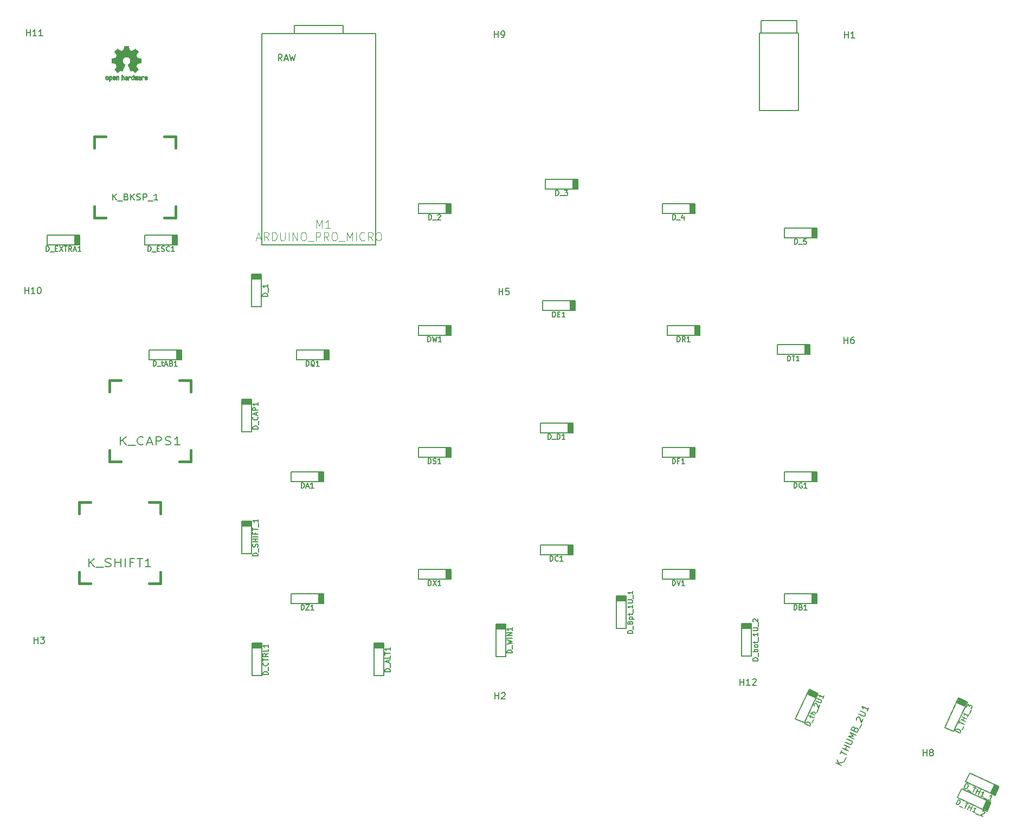
<source format=gbr>
G04 #@! TF.GenerationSoftware,KiCad,Pcbnew,(5.0.2)-1*
G04 #@! TF.CreationDate,2020-01-15T18:12:48+05:30*
G04 #@! TF.ProjectId,ergocape,6572676f-6361-4706-952e-6b696361645f,rev?*
G04 #@! TF.SameCoordinates,Original*
G04 #@! TF.FileFunction,Legend,Top*
G04 #@! TF.FilePolarity,Positive*
%FSLAX46Y46*%
G04 Gerber Fmt 4.6, Leading zero omitted, Abs format (unit mm)*
G04 Created by KiCad (PCBNEW (5.0.2)-1) date 1/15/2020 6:12:48 PM*
%MOMM*%
%LPD*%
G01*
G04 APERTURE LIST*
%ADD10C,0.127000*%
%ADD11C,0.150000*%
%ADD12C,0.381000*%
%ADD13C,0.010000*%
%ADD14C,0.101600*%
%ADD15C,0.203200*%
%ADD16C,0.200000*%
G04 APERTURE END LIST*
D10*
G04 #@! TO.C,M1*
X75438000Y-50292000D02*
X93218000Y-50292000D01*
X93218000Y-17272000D02*
X75438000Y-17272000D01*
X88138000Y-16002000D02*
X88138000Y-17272000D01*
X93218000Y-50292000D02*
X93218000Y-17272000D01*
X80518000Y-17272000D02*
X80518000Y-16002000D01*
X80518000Y-16002000D02*
X88138000Y-16002000D01*
X75438000Y-17272000D02*
X75438000Y-50292000D01*
D11*
G04 #@! TO.C,D_1*
X75311000Y-59944000D02*
X75311000Y-54864000D01*
X75311000Y-54864000D02*
X73787000Y-54864000D01*
X73787000Y-54864000D02*
X73787000Y-59944000D01*
X73787000Y-59944000D02*
X75311000Y-59944000D01*
X75311000Y-59944000D02*
X75311000Y-59436000D01*
X75311000Y-55245000D02*
X73787000Y-55245000D01*
X73787000Y-55118000D02*
X75311000Y-55118000D01*
X75311000Y-54991000D02*
X73787000Y-54991000D01*
X73787000Y-55372000D02*
X75311000Y-55372000D01*
X75311000Y-55499000D02*
X73787000Y-55499000D01*
X75311000Y-55626000D02*
X73787000Y-55626000D01*
G04 #@! TO.C,D_2*
X99854000Y-45370800D02*
X104934000Y-45370800D01*
X104934000Y-45370800D02*
X104934000Y-43846800D01*
X104934000Y-43846800D02*
X99854000Y-43846800D01*
X99854000Y-43846800D02*
X99854000Y-45370800D01*
X99854000Y-45370800D02*
X100362000Y-45370800D01*
X104553000Y-45370800D02*
X104553000Y-43846800D01*
X104680000Y-43846800D02*
X104680000Y-45370800D01*
X104807000Y-45370800D02*
X104807000Y-43846800D01*
X104426000Y-43846800D02*
X104426000Y-45370800D01*
X104299000Y-45370800D02*
X104299000Y-43846800D01*
X104172000Y-45370800D02*
X104172000Y-43846800D01*
G04 #@! TO.C,D_3*
X124016000Y-41560800D02*
X124016000Y-40036800D01*
X124143000Y-41560800D02*
X124143000Y-40036800D01*
X124270000Y-40036800D02*
X124270000Y-41560800D01*
X124651000Y-41560800D02*
X124651000Y-40036800D01*
X124524000Y-40036800D02*
X124524000Y-41560800D01*
X124397000Y-41560800D02*
X124397000Y-40036800D01*
X119698000Y-41560800D02*
X120206000Y-41560800D01*
X119698000Y-40036800D02*
X119698000Y-41560800D01*
X124778000Y-40036800D02*
X119698000Y-40036800D01*
X124778000Y-41560800D02*
X124778000Y-40036800D01*
X119698000Y-41560800D02*
X124778000Y-41560800D01*
G04 #@! TO.C,D_4*
X137954000Y-45370800D02*
X143034000Y-45370800D01*
X143034000Y-45370800D02*
X143034000Y-43846800D01*
X143034000Y-43846800D02*
X137954000Y-43846800D01*
X137954000Y-43846800D02*
X137954000Y-45370800D01*
X137954000Y-45370800D02*
X138462000Y-45370800D01*
X142653000Y-45370800D02*
X142653000Y-43846800D01*
X142780000Y-43846800D02*
X142780000Y-45370800D01*
X142907000Y-45370800D02*
X142907000Y-43846800D01*
X142526000Y-43846800D02*
X142526000Y-45370800D01*
X142399000Y-45370800D02*
X142399000Y-43846800D01*
X142272000Y-45370800D02*
X142272000Y-43846800D01*
G04 #@! TO.C,D_5*
X161322000Y-49180800D02*
X161322000Y-47656800D01*
X161449000Y-49180800D02*
X161449000Y-47656800D01*
X161576000Y-47656800D02*
X161576000Y-49180800D01*
X161957000Y-49180800D02*
X161957000Y-47656800D01*
X161830000Y-47656800D02*
X161830000Y-49180800D01*
X161703000Y-49180800D02*
X161703000Y-47656800D01*
X157004000Y-49180800D02*
X157512000Y-49180800D01*
X157004000Y-47656800D02*
X157004000Y-49180800D01*
X162084000Y-47656800D02*
X157004000Y-47656800D01*
X162084000Y-49180800D02*
X162084000Y-47656800D01*
X157004000Y-49180800D02*
X162084000Y-49180800D01*
G04 #@! TO.C,D_ALT1*
X94424500Y-113316000D02*
X92900500Y-113316000D01*
X94424500Y-113189000D02*
X92900500Y-113189000D01*
X92900500Y-113062000D02*
X94424500Y-113062000D01*
X94424500Y-112681000D02*
X92900500Y-112681000D01*
X92900500Y-112808000D02*
X94424500Y-112808000D01*
X94424500Y-112935000D02*
X92900500Y-112935000D01*
X94424500Y-117634000D02*
X94424500Y-117126000D01*
X92900500Y-117634000D02*
X94424500Y-117634000D01*
X92900500Y-112554000D02*
X92900500Y-117634000D01*
X94424500Y-112554000D02*
X92900500Y-112554000D01*
X94424500Y-117634000D02*
X94424500Y-112554000D01*
G04 #@! TO.C,D_bot_1U_2*
X151892000Y-114554000D02*
X151892000Y-109474000D01*
X151892000Y-109474000D02*
X150368000Y-109474000D01*
X150368000Y-109474000D02*
X150368000Y-114554000D01*
X150368000Y-114554000D02*
X151892000Y-114554000D01*
X151892000Y-114554000D02*
X151892000Y-114046000D01*
X151892000Y-109855000D02*
X150368000Y-109855000D01*
X150368000Y-109728000D02*
X151892000Y-109728000D01*
X151892000Y-109601000D02*
X150368000Y-109601000D01*
X150368000Y-109982000D02*
X151892000Y-109982000D01*
X151892000Y-110109000D02*
X150368000Y-110109000D01*
X151892000Y-110236000D02*
X150368000Y-110236000D01*
G04 #@! TO.C,D_Bpt_1U_1*
X132334000Y-110236000D02*
X132334000Y-105156000D01*
X132334000Y-105156000D02*
X130810000Y-105156000D01*
X130810000Y-105156000D02*
X130810000Y-110236000D01*
X130810000Y-110236000D02*
X132334000Y-110236000D01*
X132334000Y-110236000D02*
X132334000Y-109728000D01*
X132334000Y-105537000D02*
X130810000Y-105537000D01*
X130810000Y-105410000D02*
X132334000Y-105410000D01*
X132334000Y-105283000D02*
X130810000Y-105283000D01*
X130810000Y-105664000D02*
X132334000Y-105664000D01*
X132334000Y-105791000D02*
X130810000Y-105791000D01*
X132334000Y-105918000D02*
X130810000Y-105918000D01*
G04 #@! TO.C,D_CAP1*
X73787000Y-79533800D02*
X73787000Y-74453800D01*
X73787000Y-74453800D02*
X72263000Y-74453800D01*
X72263000Y-74453800D02*
X72263000Y-79533800D01*
X72263000Y-79533800D02*
X73787000Y-79533800D01*
X73787000Y-79533800D02*
X73787000Y-79025800D01*
X73787000Y-74834800D02*
X72263000Y-74834800D01*
X72263000Y-74707800D02*
X73787000Y-74707800D01*
X73787000Y-74580800D02*
X72263000Y-74580800D01*
X72263000Y-74961800D02*
X73787000Y-74961800D01*
X73787000Y-75088800D02*
X72263000Y-75088800D01*
X73787000Y-75215800D02*
X72263000Y-75215800D01*
G04 #@! TO.C,D_CTRL1*
X75374500Y-113316000D02*
X73850500Y-113316000D01*
X75374500Y-113189000D02*
X73850500Y-113189000D01*
X73850500Y-113062000D02*
X75374500Y-113062000D01*
X75374500Y-112681000D02*
X73850500Y-112681000D01*
X73850500Y-112808000D02*
X75374500Y-112808000D01*
X75374500Y-112935000D02*
X73850500Y-112935000D01*
X75374500Y-117634000D02*
X75374500Y-117126000D01*
X73850500Y-117634000D02*
X75374500Y-117634000D01*
X73850500Y-112554000D02*
X73850500Y-117634000D01*
X75374500Y-112554000D02*
X73850500Y-112554000D01*
X75374500Y-117634000D02*
X75374500Y-112554000D01*
G04 #@! TO.C,D_D1*
X118904000Y-79660800D02*
X123984000Y-79660800D01*
X123984000Y-79660800D02*
X123984000Y-78136800D01*
X123984000Y-78136800D02*
X118904000Y-78136800D01*
X118904000Y-78136800D02*
X118904000Y-79660800D01*
X118904000Y-79660800D02*
X119412000Y-79660800D01*
X123603000Y-79660800D02*
X123603000Y-78136800D01*
X123730000Y-78136800D02*
X123730000Y-79660800D01*
X123857000Y-79660800D02*
X123857000Y-78136800D01*
X123476000Y-78136800D02*
X123476000Y-79660800D01*
X123349000Y-79660800D02*
X123349000Y-78136800D01*
X123222000Y-79660800D02*
X123222000Y-78136800D01*
G04 #@! TO.C,D_ESC1*
X61468000Y-50292000D02*
X61468000Y-48768000D01*
X61595000Y-50292000D02*
X61595000Y-48768000D01*
X61722000Y-48768000D02*
X61722000Y-50292000D01*
X62103000Y-50292000D02*
X62103000Y-48768000D01*
X61976000Y-48768000D02*
X61976000Y-50292000D01*
X61849000Y-50292000D02*
X61849000Y-48768000D01*
X57150000Y-50292000D02*
X57658000Y-50292000D01*
X57150000Y-48768000D02*
X57150000Y-50292000D01*
X62230000Y-48768000D02*
X57150000Y-48768000D01*
X62230000Y-50292000D02*
X62230000Y-48768000D01*
X57150000Y-50292000D02*
X62230000Y-50292000D01*
G04 #@! TO.C,D_SHIFT_1*
X73787000Y-94265800D02*
X72263000Y-94265800D01*
X73787000Y-94138800D02*
X72263000Y-94138800D01*
X72263000Y-94011800D02*
X73787000Y-94011800D01*
X73787000Y-93630800D02*
X72263000Y-93630800D01*
X72263000Y-93757800D02*
X73787000Y-93757800D01*
X73787000Y-93884800D02*
X72263000Y-93884800D01*
X73787000Y-98583800D02*
X73787000Y-98075800D01*
X72263000Y-98583800D02*
X73787000Y-98583800D01*
X72263000Y-93503800D02*
X72263000Y-98583800D01*
X73787000Y-93503800D02*
X72263000Y-93503800D01*
X73787000Y-98583800D02*
X73787000Y-93503800D01*
G04 #@! TO.C,D_tAB1*
X62103000Y-68230800D02*
X62103000Y-66706800D01*
X62230000Y-68230800D02*
X62230000Y-66706800D01*
X62357000Y-66706800D02*
X62357000Y-68230800D01*
X62738000Y-68230800D02*
X62738000Y-66706800D01*
X62611000Y-66706800D02*
X62611000Y-68230800D01*
X62484000Y-68230800D02*
X62484000Y-66706800D01*
X57785000Y-68230800D02*
X58293000Y-68230800D01*
X57785000Y-66706800D02*
X57785000Y-68230800D01*
X62865000Y-66706800D02*
X57785000Y-66706800D01*
X62865000Y-68230800D02*
X62865000Y-66706800D01*
X57785000Y-68230800D02*
X62865000Y-68230800D01*
G04 #@! TO.C,D_TH1_1*
X185310943Y-134193156D02*
X189914987Y-136340057D01*
X189914987Y-136340057D02*
X190559057Y-134958844D01*
X190559057Y-134958844D02*
X185955013Y-132811943D01*
X185955013Y-132811943D02*
X185310943Y-134193156D01*
X185310943Y-134193156D02*
X185771347Y-134407846D01*
X189569682Y-136179039D02*
X190213754Y-134797826D01*
X190328855Y-134851499D02*
X189684784Y-136232712D01*
X189799886Y-136286383D02*
X190443956Y-134905171D01*
X190098653Y-134744154D02*
X189454582Y-136125367D01*
X189339481Y-136071694D02*
X189983551Y-134690481D01*
X189224380Y-136018022D02*
X189868450Y-134636809D01*
G04 #@! TO.C,D_TH1_2*
X187974380Y-138517022D02*
X188618450Y-137135809D01*
X188089481Y-138570694D02*
X188733551Y-137189481D01*
X188848653Y-137243154D02*
X188204582Y-138624367D01*
X188549886Y-138785383D02*
X189193956Y-137404171D01*
X189078855Y-137350499D02*
X188434784Y-138731712D01*
X188319682Y-138678039D02*
X188963754Y-137296826D01*
X184060943Y-136692156D02*
X184521347Y-136906846D01*
X184705013Y-135310943D02*
X184060943Y-136692156D01*
X189309057Y-137457844D02*
X184705013Y-135310943D01*
X188664987Y-138839057D02*
X189309057Y-137457844D01*
X184060943Y-136692156D02*
X188664987Y-138839057D01*
G04 #@! TO.C,D_th_2U1*
X160120156Y-125008057D02*
X162267057Y-120404013D01*
X162267057Y-120404013D02*
X160885844Y-119759943D01*
X160885844Y-119759943D02*
X158738943Y-124363987D01*
X158738943Y-124363987D02*
X160120156Y-125008057D01*
X160120156Y-125008057D02*
X160334846Y-124547653D01*
X162106039Y-120749318D02*
X160724826Y-120105246D01*
X160778499Y-119990145D02*
X162159712Y-120634216D01*
X162213383Y-120519114D02*
X160832171Y-119875044D01*
X160671154Y-120220347D02*
X162052367Y-120864418D01*
X161998694Y-120979519D02*
X160617481Y-120335449D01*
X161945022Y-121094620D02*
X160563809Y-120450550D01*
G04 #@! TO.C,D_WIN1*
X113474000Y-114618000D02*
X113474000Y-109538000D01*
X113474000Y-109538000D02*
X111950000Y-109538000D01*
X111950000Y-109538000D02*
X111950000Y-114618000D01*
X111950000Y-114618000D02*
X113474000Y-114618000D01*
X113474000Y-114618000D02*
X113474000Y-114110000D01*
X113474000Y-109919000D02*
X111950000Y-109919000D01*
X111950000Y-109792000D02*
X113474000Y-109792000D01*
X113474000Y-109665000D02*
X111950000Y-109665000D01*
X111950000Y-110046000D02*
X113474000Y-110046000D01*
X113474000Y-110173000D02*
X111950000Y-110173000D01*
X113474000Y-110300000D02*
X111950000Y-110300000D01*
G04 #@! TO.C,DA1*
X80010000Y-87280800D02*
X85090000Y-87280800D01*
X85090000Y-87280800D02*
X85090000Y-85756800D01*
X85090000Y-85756800D02*
X80010000Y-85756800D01*
X80010000Y-85756800D02*
X80010000Y-87280800D01*
X80010000Y-87280800D02*
X80518000Y-87280800D01*
X84709000Y-87280800D02*
X84709000Y-85756800D01*
X84836000Y-85756800D02*
X84836000Y-87280800D01*
X84963000Y-87280800D02*
X84963000Y-85756800D01*
X84582000Y-85756800D02*
X84582000Y-87280800D01*
X84455000Y-87280800D02*
X84455000Y-85756800D01*
X84328000Y-87280800D02*
X84328000Y-85756800D01*
G04 #@! TO.C,DB1*
X157004000Y-106331000D02*
X162084000Y-106331000D01*
X162084000Y-106331000D02*
X162084000Y-104807000D01*
X162084000Y-104807000D02*
X157004000Y-104807000D01*
X157004000Y-104807000D02*
X157004000Y-106331000D01*
X157004000Y-106331000D02*
X157512000Y-106331000D01*
X161703000Y-106331000D02*
X161703000Y-104807000D01*
X161830000Y-104807000D02*
X161830000Y-106331000D01*
X161957000Y-106331000D02*
X161957000Y-104807000D01*
X161576000Y-104807000D02*
X161576000Y-106331000D01*
X161449000Y-106331000D02*
X161449000Y-104807000D01*
X161322000Y-106331000D02*
X161322000Y-104807000D01*
G04 #@! TO.C,DC1*
X123222000Y-98710800D02*
X123222000Y-97186800D01*
X123349000Y-98710800D02*
X123349000Y-97186800D01*
X123476000Y-97186800D02*
X123476000Y-98710800D01*
X123857000Y-98710800D02*
X123857000Y-97186800D01*
X123730000Y-97186800D02*
X123730000Y-98710800D01*
X123603000Y-98710800D02*
X123603000Y-97186800D01*
X118904000Y-98710800D02*
X119412000Y-98710800D01*
X118904000Y-97186800D02*
X118904000Y-98710800D01*
X123984000Y-97186800D02*
X118904000Y-97186800D01*
X123984000Y-98710800D02*
X123984000Y-97186800D01*
X118904000Y-98710800D02*
X123984000Y-98710800D01*
G04 #@! TO.C,DE1*
X123571000Y-60579000D02*
X123571000Y-59055000D01*
X123698000Y-60579000D02*
X123698000Y-59055000D01*
X123825000Y-59055000D02*
X123825000Y-60579000D01*
X124206000Y-60579000D02*
X124206000Y-59055000D01*
X124079000Y-59055000D02*
X124079000Y-60579000D01*
X123952000Y-60579000D02*
X123952000Y-59055000D01*
X119253000Y-60579000D02*
X119761000Y-60579000D01*
X119253000Y-59055000D02*
X119253000Y-60579000D01*
X124333000Y-59055000D02*
X119253000Y-59055000D01*
X124333000Y-60579000D02*
X124333000Y-59055000D01*
X119253000Y-60579000D02*
X124333000Y-60579000D01*
G04 #@! TO.C,DF1*
X142272000Y-83470800D02*
X142272000Y-81946800D01*
X142399000Y-83470800D02*
X142399000Y-81946800D01*
X142526000Y-81946800D02*
X142526000Y-83470800D01*
X142907000Y-83470800D02*
X142907000Y-81946800D01*
X142780000Y-81946800D02*
X142780000Y-83470800D01*
X142653000Y-83470800D02*
X142653000Y-81946800D01*
X137954000Y-83470800D02*
X138462000Y-83470800D01*
X137954000Y-81946800D02*
X137954000Y-83470800D01*
X143034000Y-81946800D02*
X137954000Y-81946800D01*
X143034000Y-83470800D02*
X143034000Y-81946800D01*
X137954000Y-83470800D02*
X143034000Y-83470800D01*
G04 #@! TO.C,DG1*
X161322000Y-87280800D02*
X161322000Y-85756800D01*
X161449000Y-87280800D02*
X161449000Y-85756800D01*
X161576000Y-85756800D02*
X161576000Y-87280800D01*
X161957000Y-87280800D02*
X161957000Y-85756800D01*
X161830000Y-85756800D02*
X161830000Y-87280800D01*
X161703000Y-87280800D02*
X161703000Y-85756800D01*
X157004000Y-87280800D02*
X157512000Y-87280800D01*
X157004000Y-85756800D02*
X157004000Y-87280800D01*
X162084000Y-85756800D02*
X157004000Y-85756800D01*
X162084000Y-87280800D02*
X162084000Y-85756800D01*
X157004000Y-87280800D02*
X162084000Y-87280800D01*
G04 #@! TO.C,DQ1*
X80803800Y-68230800D02*
X85883800Y-68230800D01*
X85883800Y-68230800D02*
X85883800Y-66706800D01*
X85883800Y-66706800D02*
X80803800Y-66706800D01*
X80803800Y-66706800D02*
X80803800Y-68230800D01*
X80803800Y-68230800D02*
X81311800Y-68230800D01*
X85502800Y-68230800D02*
X85502800Y-66706800D01*
X85629800Y-66706800D02*
X85629800Y-68230800D01*
X85756800Y-68230800D02*
X85756800Y-66706800D01*
X85375800Y-66706800D02*
X85375800Y-68230800D01*
X85248800Y-68230800D02*
X85248800Y-66706800D01*
X85121800Y-68230800D02*
X85121800Y-66706800D01*
G04 #@! TO.C,DR1*
X138748000Y-64420800D02*
X143828000Y-64420800D01*
X143828000Y-64420800D02*
X143828000Y-62896800D01*
X143828000Y-62896800D02*
X138748000Y-62896800D01*
X138748000Y-62896800D02*
X138748000Y-64420800D01*
X138748000Y-64420800D02*
X139256000Y-64420800D01*
X143447000Y-64420800D02*
X143447000Y-62896800D01*
X143574000Y-62896800D02*
X143574000Y-64420800D01*
X143701000Y-64420800D02*
X143701000Y-62896800D01*
X143320000Y-62896800D02*
X143320000Y-64420800D01*
X143193000Y-64420800D02*
X143193000Y-62896800D01*
X143066000Y-64420800D02*
X143066000Y-62896800D01*
G04 #@! TO.C,DS1*
X104172000Y-83470800D02*
X104172000Y-81946800D01*
X104299000Y-83470800D02*
X104299000Y-81946800D01*
X104426000Y-81946800D02*
X104426000Y-83470800D01*
X104807000Y-83470800D02*
X104807000Y-81946800D01*
X104680000Y-81946800D02*
X104680000Y-83470800D01*
X104553000Y-83470800D02*
X104553000Y-81946800D01*
X99854000Y-83470800D02*
X100362000Y-83470800D01*
X99854000Y-81946800D02*
X99854000Y-83470800D01*
X104934000Y-81946800D02*
X99854000Y-81946800D01*
X104934000Y-83470800D02*
X104934000Y-81946800D01*
X99854000Y-83470800D02*
X104934000Y-83470800D01*
G04 #@! TO.C,DT1*
X160210000Y-67437000D02*
X160210000Y-65913000D01*
X160337000Y-67437000D02*
X160337000Y-65913000D01*
X160464000Y-65913000D02*
X160464000Y-67437000D01*
X160845000Y-67437000D02*
X160845000Y-65913000D01*
X160718000Y-65913000D02*
X160718000Y-67437000D01*
X160591000Y-67437000D02*
X160591000Y-65913000D01*
X155892000Y-67437000D02*
X156400000Y-67437000D01*
X155892000Y-65913000D02*
X155892000Y-67437000D01*
X160972000Y-65913000D02*
X155892000Y-65913000D01*
X160972000Y-67437000D02*
X160972000Y-65913000D01*
X155892000Y-67437000D02*
X160972000Y-67437000D01*
G04 #@! TO.C,DV1*
X142272000Y-102521000D02*
X142272000Y-100997000D01*
X142399000Y-102521000D02*
X142399000Y-100997000D01*
X142526000Y-100997000D02*
X142526000Y-102521000D01*
X142907000Y-102521000D02*
X142907000Y-100997000D01*
X142780000Y-100997000D02*
X142780000Y-102521000D01*
X142653000Y-102521000D02*
X142653000Y-100997000D01*
X137954000Y-102521000D02*
X138462000Y-102521000D01*
X137954000Y-100997000D02*
X137954000Y-102521000D01*
X143034000Y-100997000D02*
X137954000Y-100997000D01*
X143034000Y-102521000D02*
X143034000Y-100997000D01*
X137954000Y-102521000D02*
X143034000Y-102521000D01*
G04 #@! TO.C,DW1*
X99854000Y-64420800D02*
X104934000Y-64420800D01*
X104934000Y-64420800D02*
X104934000Y-62896800D01*
X104934000Y-62896800D02*
X99854000Y-62896800D01*
X99854000Y-62896800D02*
X99854000Y-64420800D01*
X99854000Y-64420800D02*
X100362000Y-64420800D01*
X104553000Y-64420800D02*
X104553000Y-62896800D01*
X104680000Y-62896800D02*
X104680000Y-64420800D01*
X104807000Y-64420800D02*
X104807000Y-62896800D01*
X104426000Y-62896800D02*
X104426000Y-64420800D01*
X104299000Y-64420800D02*
X104299000Y-62896800D01*
X104172000Y-64420800D02*
X104172000Y-62896800D01*
G04 #@! TO.C,DX1*
X104172000Y-102521000D02*
X104172000Y-100997000D01*
X104299000Y-102521000D02*
X104299000Y-100997000D01*
X104426000Y-100997000D02*
X104426000Y-102521000D01*
X104807000Y-102521000D02*
X104807000Y-100997000D01*
X104680000Y-100997000D02*
X104680000Y-102521000D01*
X104553000Y-102521000D02*
X104553000Y-100997000D01*
X99854000Y-102521000D02*
X100362000Y-102521000D01*
X99854000Y-100997000D02*
X99854000Y-102521000D01*
X104934000Y-100997000D02*
X99854000Y-100997000D01*
X104934000Y-102521000D02*
X104934000Y-100997000D01*
X99854000Y-102521000D02*
X104934000Y-102521000D01*
G04 #@! TO.C,DZ1*
X80010000Y-106331000D02*
X85090000Y-106331000D01*
X85090000Y-106331000D02*
X85090000Y-104807000D01*
X85090000Y-104807000D02*
X80010000Y-104807000D01*
X80010000Y-104807000D02*
X80010000Y-106331000D01*
X80010000Y-106331000D02*
X80518000Y-106331000D01*
X84709000Y-106331000D02*
X84709000Y-104807000D01*
X84836000Y-104807000D02*
X84836000Y-106331000D01*
X84963000Y-106331000D02*
X84963000Y-104807000D01*
X84582000Y-104807000D02*
X84582000Y-106331000D01*
X84455000Y-106331000D02*
X84455000Y-104807000D01*
X84328000Y-106331000D02*
X84328000Y-104807000D01*
D12*
G04 #@! TO.C,K_CAPS1*
X51593800Y-71437500D02*
X53371800Y-71437500D01*
X62515800Y-71437500D02*
X64293800Y-71437500D01*
X64293800Y-71437500D02*
X64293800Y-73215500D01*
X64293800Y-82359500D02*
X64293800Y-84137500D01*
X64293800Y-84137500D02*
X62515800Y-84137500D01*
X53371800Y-84137500D02*
X51593800Y-84137500D01*
X51593800Y-84137500D02*
X51593800Y-82359500D01*
X51593800Y-73215500D02*
X51593800Y-71437500D01*
G04 #@! TO.C,K_SHIFT1*
X46831200Y-90487500D02*
X48609200Y-90487500D01*
X57753200Y-90487500D02*
X59531200Y-90487500D01*
X59531200Y-90487500D02*
X59531200Y-92265500D01*
X59531200Y-101409500D02*
X59531200Y-103187500D01*
X59531200Y-103187500D02*
X57753200Y-103187500D01*
X48609200Y-103187500D02*
X46831200Y-103187500D01*
X46831200Y-103187500D02*
X46831200Y-101409500D01*
X46831200Y-92265500D02*
X46831200Y-90487500D01*
D11*
G04 #@! TO.C,D_TH1_3*
X185279022Y-122454620D02*
X183897809Y-121810550D01*
X185332694Y-122339519D02*
X183951481Y-121695449D01*
X184005154Y-121580347D02*
X185386367Y-122224418D01*
X185547384Y-121879114D02*
X184166171Y-121235044D01*
X184112499Y-121350145D02*
X185493712Y-121994216D01*
X185440039Y-122109317D02*
X184058826Y-121465246D01*
X183454156Y-126368057D02*
X183668846Y-125907653D01*
X182072943Y-125723987D02*
X183454156Y-126368057D01*
X184219844Y-121119943D02*
X182072943Y-125723987D01*
X185601057Y-121764013D02*
X184219844Y-121119943D01*
X183454156Y-126368057D02*
X185601057Y-121764013D01*
G04 #@! TO.C,J2*
X158962000Y-15228700D02*
X153362000Y-15228700D01*
X153362000Y-17228700D02*
X153362000Y-15228700D01*
X158962000Y-17228700D02*
X158962000Y-15228700D01*
X153112000Y-17228700D02*
X153112000Y-29328700D01*
X159212000Y-17228700D02*
X159212000Y-29328700D01*
X159212000Y-29328700D02*
X153112000Y-29328700D01*
X159212000Y-17228700D02*
X153112000Y-17228700D01*
D12*
G04 #@! TO.C,K_BKSP_1*
X49276000Y-33337500D02*
X51054000Y-33337500D01*
X60198000Y-33337500D02*
X61976000Y-33337500D01*
X61976000Y-33337500D02*
X61976000Y-35115500D01*
X61976000Y-44259500D02*
X61976000Y-46037500D01*
X61976000Y-46037500D02*
X60198000Y-46037500D01*
X51054000Y-46037500D02*
X49276000Y-46037500D01*
X49276000Y-46037500D02*
X49276000Y-44259500D01*
X49276000Y-35115500D02*
X49276000Y-33337500D01*
D11*
G04 #@! TO.C,D_EXTRA1*
X46228000Y-50292000D02*
X46228000Y-48768000D01*
X46355000Y-50292000D02*
X46355000Y-48768000D01*
X46482000Y-48768000D02*
X46482000Y-50292000D01*
X46863000Y-50292000D02*
X46863000Y-48768000D01*
X46736000Y-48768000D02*
X46736000Y-50292000D01*
X46609000Y-50292000D02*
X46609000Y-48768000D01*
X41910000Y-50292000D02*
X42418000Y-50292000D01*
X41910000Y-48768000D02*
X41910000Y-50292000D01*
X46990000Y-48768000D02*
X41910000Y-48768000D01*
X46990000Y-50292000D02*
X46990000Y-48768000D01*
X41910000Y-50292000D02*
X46990000Y-50292000D01*
D13*
G04 #@! TO.C,REF\002A\002A*
G36*
X54332910Y-19213348D02*
X54411454Y-19213778D01*
X54468298Y-19214942D01*
X54507105Y-19217207D01*
X54531538Y-19220940D01*
X54545262Y-19226506D01*
X54551940Y-19234273D01*
X54555236Y-19244605D01*
X54555556Y-19245943D01*
X54560562Y-19270079D01*
X54569829Y-19317701D01*
X54582392Y-19383741D01*
X54597287Y-19463128D01*
X54613551Y-19550796D01*
X54614119Y-19553875D01*
X54630410Y-19639789D01*
X54645652Y-19715696D01*
X54658861Y-19777045D01*
X54669054Y-19819282D01*
X54675248Y-19837855D01*
X54675543Y-19838184D01*
X54693788Y-19847253D01*
X54731405Y-19862367D01*
X54780271Y-19880262D01*
X54780543Y-19880358D01*
X54842093Y-19903493D01*
X54914657Y-19932965D01*
X54983057Y-19962597D01*
X54986294Y-19964062D01*
X55097702Y-20014626D01*
X55344399Y-19846160D01*
X55420077Y-19794803D01*
X55488631Y-19748889D01*
X55546088Y-19711030D01*
X55588476Y-19683837D01*
X55611825Y-19669921D01*
X55614042Y-19668889D01*
X55631010Y-19673484D01*
X55662701Y-19695655D01*
X55710352Y-19736447D01*
X55775198Y-19796905D01*
X55841397Y-19861227D01*
X55905214Y-19924612D01*
X55962329Y-19982451D01*
X56009305Y-20031175D01*
X56042703Y-20067210D01*
X56059085Y-20086984D01*
X56059694Y-20088002D01*
X56061505Y-20101572D01*
X56054683Y-20123733D01*
X56037540Y-20157478D01*
X56008393Y-20205800D01*
X55965555Y-20271692D01*
X55908448Y-20356517D01*
X55857766Y-20431177D01*
X55812461Y-20498140D01*
X55775150Y-20553516D01*
X55748452Y-20593420D01*
X55734985Y-20613962D01*
X55734137Y-20615356D01*
X55735781Y-20635038D01*
X55748245Y-20673293D01*
X55769048Y-20722889D01*
X55776462Y-20738728D01*
X55808814Y-20809290D01*
X55843328Y-20889353D01*
X55871365Y-20958629D01*
X55891568Y-21010045D01*
X55907615Y-21049119D01*
X55916888Y-21069541D01*
X55918041Y-21071114D01*
X55935096Y-21073721D01*
X55975298Y-21080863D01*
X56033302Y-21091523D01*
X56103763Y-21104685D01*
X56181335Y-21119333D01*
X56260672Y-21134449D01*
X56336431Y-21149018D01*
X56403264Y-21162022D01*
X56455828Y-21172445D01*
X56488776Y-21179270D01*
X56496857Y-21181199D01*
X56505205Y-21185962D01*
X56511506Y-21196718D01*
X56516045Y-21217098D01*
X56519104Y-21250734D01*
X56520967Y-21301255D01*
X56521918Y-21372292D01*
X56522240Y-21467476D01*
X56522257Y-21506492D01*
X56522257Y-21823799D01*
X56446057Y-21838839D01*
X56403663Y-21846995D01*
X56340400Y-21858899D01*
X56263962Y-21873116D01*
X56182043Y-21888210D01*
X56159400Y-21892355D01*
X56083806Y-21907053D01*
X56017953Y-21921505D01*
X55967366Y-21934375D01*
X55937574Y-21944322D01*
X55932612Y-21947287D01*
X55920426Y-21968283D01*
X55902953Y-22008967D01*
X55883577Y-22061322D01*
X55879734Y-22072600D01*
X55854339Y-22142523D01*
X55822817Y-22221418D01*
X55791969Y-22292266D01*
X55791817Y-22292595D01*
X55740447Y-22403733D01*
X55909399Y-22652253D01*
X56078352Y-22900772D01*
X55861429Y-23118058D01*
X55795819Y-23182726D01*
X55735979Y-23239733D01*
X55685267Y-23286033D01*
X55647046Y-23318584D01*
X55624675Y-23334343D01*
X55621466Y-23335343D01*
X55602626Y-23327469D01*
X55564180Y-23305578D01*
X55510330Y-23272267D01*
X55445276Y-23230131D01*
X55374940Y-23182943D01*
X55303555Y-23134810D01*
X55239908Y-23092928D01*
X55188041Y-23059871D01*
X55151995Y-23038218D01*
X55135867Y-23030543D01*
X55116189Y-23037037D01*
X55078875Y-23054150D01*
X55031621Y-23078326D01*
X55026612Y-23081013D01*
X54962977Y-23112927D01*
X54919341Y-23128579D01*
X54892202Y-23128745D01*
X54878057Y-23114204D01*
X54877975Y-23114000D01*
X54870905Y-23096779D01*
X54854042Y-23055899D01*
X54828695Y-22994525D01*
X54796171Y-22915819D01*
X54757778Y-22822947D01*
X54714822Y-22719072D01*
X54673222Y-22618502D01*
X54627504Y-22507516D01*
X54585526Y-22404703D01*
X54548548Y-22313215D01*
X54517827Y-22236201D01*
X54494622Y-22176815D01*
X54480190Y-22138209D01*
X54475743Y-22123800D01*
X54486896Y-22107272D01*
X54516069Y-22080930D01*
X54554971Y-22051887D01*
X54665757Y-21960039D01*
X54752351Y-21854759D01*
X54813716Y-21738266D01*
X54848815Y-21612776D01*
X54856608Y-21480507D01*
X54850943Y-21419457D01*
X54820078Y-21292795D01*
X54766920Y-21180941D01*
X54694767Y-21085001D01*
X54606917Y-21006076D01*
X54506665Y-20945270D01*
X54397310Y-20903687D01*
X54282147Y-20882428D01*
X54164475Y-20882599D01*
X54047590Y-20905301D01*
X53934789Y-20951638D01*
X53829369Y-21022713D01*
X53785368Y-21062911D01*
X53700979Y-21166129D01*
X53642222Y-21278925D01*
X53608704Y-21398010D01*
X53600035Y-21520095D01*
X53615823Y-21641893D01*
X53655678Y-21760116D01*
X53719207Y-21871475D01*
X53806021Y-21972684D01*
X53903029Y-22051887D01*
X53943437Y-22082162D01*
X53971982Y-22108219D01*
X53982257Y-22123825D01*
X53976877Y-22140843D01*
X53961575Y-22181500D01*
X53937612Y-22242642D01*
X53906244Y-22321119D01*
X53868732Y-22413780D01*
X53826333Y-22517472D01*
X53784663Y-22618526D01*
X53738690Y-22729607D01*
X53696107Y-22832541D01*
X53658221Y-22924165D01*
X53626340Y-23001316D01*
X53601771Y-23060831D01*
X53585820Y-23099544D01*
X53579910Y-23114000D01*
X53565948Y-23128685D01*
X53538940Y-23128642D01*
X53495413Y-23113099D01*
X53431890Y-23081284D01*
X53431388Y-23081013D01*
X53383560Y-23056323D01*
X53344897Y-23038338D01*
X53323095Y-23030614D01*
X53322133Y-23030543D01*
X53305721Y-23038378D01*
X53269487Y-23060165D01*
X53217474Y-23093328D01*
X53153725Y-23135291D01*
X53083060Y-23182943D01*
X53011116Y-23231191D01*
X52946274Y-23273151D01*
X52892735Y-23306227D01*
X52854697Y-23327821D01*
X52836533Y-23335343D01*
X52819808Y-23325457D01*
X52786180Y-23297826D01*
X52739010Y-23255495D01*
X52681658Y-23201505D01*
X52617484Y-23138899D01*
X52596497Y-23117983D01*
X52379499Y-22900623D01*
X52544668Y-22658220D01*
X52594864Y-22583781D01*
X52638919Y-22516972D01*
X52674362Y-22461665D01*
X52698719Y-22421729D01*
X52709522Y-22401036D01*
X52709838Y-22399563D01*
X52704143Y-22380058D01*
X52688826Y-22340822D01*
X52666537Y-22288430D01*
X52650893Y-22253355D01*
X52621641Y-22186201D01*
X52594094Y-22118358D01*
X52572737Y-22061034D01*
X52566935Y-22043572D01*
X52550452Y-21996938D01*
X52534340Y-21960905D01*
X52525490Y-21947287D01*
X52505960Y-21938952D01*
X52463334Y-21927137D01*
X52403145Y-21913181D01*
X52330922Y-21898422D01*
X52298600Y-21892355D01*
X52216522Y-21877273D01*
X52137795Y-21862669D01*
X52070109Y-21849980D01*
X52021160Y-21840642D01*
X52011943Y-21838839D01*
X51935743Y-21823799D01*
X51935743Y-21506492D01*
X51935914Y-21402154D01*
X51936616Y-21323213D01*
X51938134Y-21266038D01*
X51940749Y-21226999D01*
X51944746Y-21202465D01*
X51950409Y-21188805D01*
X51958020Y-21182389D01*
X51961143Y-21181199D01*
X51979978Y-21176980D01*
X52021588Y-21168562D01*
X52080630Y-21156961D01*
X52151757Y-21143195D01*
X52229625Y-21128280D01*
X52308887Y-21113232D01*
X52384198Y-21099069D01*
X52450213Y-21086806D01*
X52501587Y-21077461D01*
X52532975Y-21072050D01*
X52539959Y-21071114D01*
X52546285Y-21058596D01*
X52560290Y-21025246D01*
X52579355Y-20977377D01*
X52586634Y-20958629D01*
X52615996Y-20886195D01*
X52650571Y-20806170D01*
X52681537Y-20738728D01*
X52704323Y-20687159D01*
X52719482Y-20644785D01*
X52724542Y-20618834D01*
X52723736Y-20615356D01*
X52713041Y-20598936D01*
X52688620Y-20562417D01*
X52653095Y-20509687D01*
X52609087Y-20444635D01*
X52559217Y-20371151D01*
X52549356Y-20356645D01*
X52491492Y-20270704D01*
X52448956Y-20205261D01*
X52420054Y-20157304D01*
X52403090Y-20123820D01*
X52396367Y-20101795D01*
X52398190Y-20088217D01*
X52398236Y-20088131D01*
X52412586Y-20070297D01*
X52444323Y-20035817D01*
X52490010Y-19988268D01*
X52546204Y-19931222D01*
X52609468Y-19868255D01*
X52616602Y-19861227D01*
X52696330Y-19784020D01*
X52757857Y-19727330D01*
X52802421Y-19690110D01*
X52831257Y-19671315D01*
X52843958Y-19668889D01*
X52862494Y-19679471D01*
X52900961Y-19703916D01*
X52955386Y-19739612D01*
X53021798Y-19783947D01*
X53096225Y-19834311D01*
X53113601Y-19846160D01*
X53360297Y-20014626D01*
X53471706Y-19964062D01*
X53539457Y-19934595D01*
X53612183Y-19904959D01*
X53674703Y-19881330D01*
X53677457Y-19880358D01*
X53726360Y-19862457D01*
X53764057Y-19847320D01*
X53782425Y-19838210D01*
X53782456Y-19838184D01*
X53788285Y-19821717D01*
X53798192Y-19781219D01*
X53811195Y-19721242D01*
X53826309Y-19646340D01*
X53842552Y-19561064D01*
X53843881Y-19553875D01*
X53860175Y-19466014D01*
X53875133Y-19386260D01*
X53887791Y-19319681D01*
X53897186Y-19271347D01*
X53902354Y-19246325D01*
X53902444Y-19245943D01*
X53905589Y-19235299D01*
X53911704Y-19227262D01*
X53924453Y-19221467D01*
X53947500Y-19217547D01*
X53984509Y-19215135D01*
X54039144Y-19213865D01*
X54115067Y-19213371D01*
X54215944Y-19213286D01*
X54229000Y-19213286D01*
X54332910Y-19213348D01*
X54332910Y-19213348D01*
G37*
X54332910Y-19213348D02*
X54411454Y-19213778D01*
X54468298Y-19214942D01*
X54507105Y-19217207D01*
X54531538Y-19220940D01*
X54545262Y-19226506D01*
X54551940Y-19234273D01*
X54555236Y-19244605D01*
X54555556Y-19245943D01*
X54560562Y-19270079D01*
X54569829Y-19317701D01*
X54582392Y-19383741D01*
X54597287Y-19463128D01*
X54613551Y-19550796D01*
X54614119Y-19553875D01*
X54630410Y-19639789D01*
X54645652Y-19715696D01*
X54658861Y-19777045D01*
X54669054Y-19819282D01*
X54675248Y-19837855D01*
X54675543Y-19838184D01*
X54693788Y-19847253D01*
X54731405Y-19862367D01*
X54780271Y-19880262D01*
X54780543Y-19880358D01*
X54842093Y-19903493D01*
X54914657Y-19932965D01*
X54983057Y-19962597D01*
X54986294Y-19964062D01*
X55097702Y-20014626D01*
X55344399Y-19846160D01*
X55420077Y-19794803D01*
X55488631Y-19748889D01*
X55546088Y-19711030D01*
X55588476Y-19683837D01*
X55611825Y-19669921D01*
X55614042Y-19668889D01*
X55631010Y-19673484D01*
X55662701Y-19695655D01*
X55710352Y-19736447D01*
X55775198Y-19796905D01*
X55841397Y-19861227D01*
X55905214Y-19924612D01*
X55962329Y-19982451D01*
X56009305Y-20031175D01*
X56042703Y-20067210D01*
X56059085Y-20086984D01*
X56059694Y-20088002D01*
X56061505Y-20101572D01*
X56054683Y-20123733D01*
X56037540Y-20157478D01*
X56008393Y-20205800D01*
X55965555Y-20271692D01*
X55908448Y-20356517D01*
X55857766Y-20431177D01*
X55812461Y-20498140D01*
X55775150Y-20553516D01*
X55748452Y-20593420D01*
X55734985Y-20613962D01*
X55734137Y-20615356D01*
X55735781Y-20635038D01*
X55748245Y-20673293D01*
X55769048Y-20722889D01*
X55776462Y-20738728D01*
X55808814Y-20809290D01*
X55843328Y-20889353D01*
X55871365Y-20958629D01*
X55891568Y-21010045D01*
X55907615Y-21049119D01*
X55916888Y-21069541D01*
X55918041Y-21071114D01*
X55935096Y-21073721D01*
X55975298Y-21080863D01*
X56033302Y-21091523D01*
X56103763Y-21104685D01*
X56181335Y-21119333D01*
X56260672Y-21134449D01*
X56336431Y-21149018D01*
X56403264Y-21162022D01*
X56455828Y-21172445D01*
X56488776Y-21179270D01*
X56496857Y-21181199D01*
X56505205Y-21185962D01*
X56511506Y-21196718D01*
X56516045Y-21217098D01*
X56519104Y-21250734D01*
X56520967Y-21301255D01*
X56521918Y-21372292D01*
X56522240Y-21467476D01*
X56522257Y-21506492D01*
X56522257Y-21823799D01*
X56446057Y-21838839D01*
X56403663Y-21846995D01*
X56340400Y-21858899D01*
X56263962Y-21873116D01*
X56182043Y-21888210D01*
X56159400Y-21892355D01*
X56083806Y-21907053D01*
X56017953Y-21921505D01*
X55967366Y-21934375D01*
X55937574Y-21944322D01*
X55932612Y-21947287D01*
X55920426Y-21968283D01*
X55902953Y-22008967D01*
X55883577Y-22061322D01*
X55879734Y-22072600D01*
X55854339Y-22142523D01*
X55822817Y-22221418D01*
X55791969Y-22292266D01*
X55791817Y-22292595D01*
X55740447Y-22403733D01*
X55909399Y-22652253D01*
X56078352Y-22900772D01*
X55861429Y-23118058D01*
X55795819Y-23182726D01*
X55735979Y-23239733D01*
X55685267Y-23286033D01*
X55647046Y-23318584D01*
X55624675Y-23334343D01*
X55621466Y-23335343D01*
X55602626Y-23327469D01*
X55564180Y-23305578D01*
X55510330Y-23272267D01*
X55445276Y-23230131D01*
X55374940Y-23182943D01*
X55303555Y-23134810D01*
X55239908Y-23092928D01*
X55188041Y-23059871D01*
X55151995Y-23038218D01*
X55135867Y-23030543D01*
X55116189Y-23037037D01*
X55078875Y-23054150D01*
X55031621Y-23078326D01*
X55026612Y-23081013D01*
X54962977Y-23112927D01*
X54919341Y-23128579D01*
X54892202Y-23128745D01*
X54878057Y-23114204D01*
X54877975Y-23114000D01*
X54870905Y-23096779D01*
X54854042Y-23055899D01*
X54828695Y-22994525D01*
X54796171Y-22915819D01*
X54757778Y-22822947D01*
X54714822Y-22719072D01*
X54673222Y-22618502D01*
X54627504Y-22507516D01*
X54585526Y-22404703D01*
X54548548Y-22313215D01*
X54517827Y-22236201D01*
X54494622Y-22176815D01*
X54480190Y-22138209D01*
X54475743Y-22123800D01*
X54486896Y-22107272D01*
X54516069Y-22080930D01*
X54554971Y-22051887D01*
X54665757Y-21960039D01*
X54752351Y-21854759D01*
X54813716Y-21738266D01*
X54848815Y-21612776D01*
X54856608Y-21480507D01*
X54850943Y-21419457D01*
X54820078Y-21292795D01*
X54766920Y-21180941D01*
X54694767Y-21085001D01*
X54606917Y-21006076D01*
X54506665Y-20945270D01*
X54397310Y-20903687D01*
X54282147Y-20882428D01*
X54164475Y-20882599D01*
X54047590Y-20905301D01*
X53934789Y-20951638D01*
X53829369Y-21022713D01*
X53785368Y-21062911D01*
X53700979Y-21166129D01*
X53642222Y-21278925D01*
X53608704Y-21398010D01*
X53600035Y-21520095D01*
X53615823Y-21641893D01*
X53655678Y-21760116D01*
X53719207Y-21871475D01*
X53806021Y-21972684D01*
X53903029Y-22051887D01*
X53943437Y-22082162D01*
X53971982Y-22108219D01*
X53982257Y-22123825D01*
X53976877Y-22140843D01*
X53961575Y-22181500D01*
X53937612Y-22242642D01*
X53906244Y-22321119D01*
X53868732Y-22413780D01*
X53826333Y-22517472D01*
X53784663Y-22618526D01*
X53738690Y-22729607D01*
X53696107Y-22832541D01*
X53658221Y-22924165D01*
X53626340Y-23001316D01*
X53601771Y-23060831D01*
X53585820Y-23099544D01*
X53579910Y-23114000D01*
X53565948Y-23128685D01*
X53538940Y-23128642D01*
X53495413Y-23113099D01*
X53431890Y-23081284D01*
X53431388Y-23081013D01*
X53383560Y-23056323D01*
X53344897Y-23038338D01*
X53323095Y-23030614D01*
X53322133Y-23030543D01*
X53305721Y-23038378D01*
X53269487Y-23060165D01*
X53217474Y-23093328D01*
X53153725Y-23135291D01*
X53083060Y-23182943D01*
X53011116Y-23231191D01*
X52946274Y-23273151D01*
X52892735Y-23306227D01*
X52854697Y-23327821D01*
X52836533Y-23335343D01*
X52819808Y-23325457D01*
X52786180Y-23297826D01*
X52739010Y-23255495D01*
X52681658Y-23201505D01*
X52617484Y-23138899D01*
X52596497Y-23117983D01*
X52379499Y-22900623D01*
X52544668Y-22658220D01*
X52594864Y-22583781D01*
X52638919Y-22516972D01*
X52674362Y-22461665D01*
X52698719Y-22421729D01*
X52709522Y-22401036D01*
X52709838Y-22399563D01*
X52704143Y-22380058D01*
X52688826Y-22340822D01*
X52666537Y-22288430D01*
X52650893Y-22253355D01*
X52621641Y-22186201D01*
X52594094Y-22118358D01*
X52572737Y-22061034D01*
X52566935Y-22043572D01*
X52550452Y-21996938D01*
X52534340Y-21960905D01*
X52525490Y-21947287D01*
X52505960Y-21938952D01*
X52463334Y-21927137D01*
X52403145Y-21913181D01*
X52330922Y-21898422D01*
X52298600Y-21892355D01*
X52216522Y-21877273D01*
X52137795Y-21862669D01*
X52070109Y-21849980D01*
X52021160Y-21840642D01*
X52011943Y-21838839D01*
X51935743Y-21823799D01*
X51935743Y-21506492D01*
X51935914Y-21402154D01*
X51936616Y-21323213D01*
X51938134Y-21266038D01*
X51940749Y-21226999D01*
X51944746Y-21202465D01*
X51950409Y-21188805D01*
X51958020Y-21182389D01*
X51961143Y-21181199D01*
X51979978Y-21176980D01*
X52021588Y-21168562D01*
X52080630Y-21156961D01*
X52151757Y-21143195D01*
X52229625Y-21128280D01*
X52308887Y-21113232D01*
X52384198Y-21099069D01*
X52450213Y-21086806D01*
X52501587Y-21077461D01*
X52532975Y-21072050D01*
X52539959Y-21071114D01*
X52546285Y-21058596D01*
X52560290Y-21025246D01*
X52579355Y-20977377D01*
X52586634Y-20958629D01*
X52615996Y-20886195D01*
X52650571Y-20806170D01*
X52681537Y-20738728D01*
X52704323Y-20687159D01*
X52719482Y-20644785D01*
X52724542Y-20618834D01*
X52723736Y-20615356D01*
X52713041Y-20598936D01*
X52688620Y-20562417D01*
X52653095Y-20509687D01*
X52609087Y-20444635D01*
X52559217Y-20371151D01*
X52549356Y-20356645D01*
X52491492Y-20270704D01*
X52448956Y-20205261D01*
X52420054Y-20157304D01*
X52403090Y-20123820D01*
X52396367Y-20101795D01*
X52398190Y-20088217D01*
X52398236Y-20088131D01*
X52412586Y-20070297D01*
X52444323Y-20035817D01*
X52490010Y-19988268D01*
X52546204Y-19931222D01*
X52609468Y-19868255D01*
X52616602Y-19861227D01*
X52696330Y-19784020D01*
X52757857Y-19727330D01*
X52802421Y-19690110D01*
X52831257Y-19671315D01*
X52843958Y-19668889D01*
X52862494Y-19679471D01*
X52900961Y-19703916D01*
X52955386Y-19739612D01*
X53021798Y-19783947D01*
X53096225Y-19834311D01*
X53113601Y-19846160D01*
X53360297Y-20014626D01*
X53471706Y-19964062D01*
X53539457Y-19934595D01*
X53612183Y-19904959D01*
X53674703Y-19881330D01*
X53677457Y-19880358D01*
X53726360Y-19862457D01*
X53764057Y-19847320D01*
X53782425Y-19838210D01*
X53782456Y-19838184D01*
X53788285Y-19821717D01*
X53798192Y-19781219D01*
X53811195Y-19721242D01*
X53826309Y-19646340D01*
X53842552Y-19561064D01*
X53843881Y-19553875D01*
X53860175Y-19466014D01*
X53875133Y-19386260D01*
X53887791Y-19319681D01*
X53897186Y-19271347D01*
X53902354Y-19246325D01*
X53902444Y-19245943D01*
X53905589Y-19235299D01*
X53911704Y-19227262D01*
X53924453Y-19221467D01*
X53947500Y-19217547D01*
X53984509Y-19215135D01*
X54039144Y-19213865D01*
X54115067Y-19213371D01*
X54215944Y-19213286D01*
X54229000Y-19213286D01*
X54332910Y-19213348D01*
G36*
X57382595Y-23937966D02*
X57440021Y-23975497D01*
X57467719Y-24009096D01*
X57489662Y-24070064D01*
X57491405Y-24118308D01*
X57487457Y-24182816D01*
X57338686Y-24247934D01*
X57266349Y-24281202D01*
X57219084Y-24307964D01*
X57194507Y-24331144D01*
X57190237Y-24353667D01*
X57203889Y-24378455D01*
X57218943Y-24394886D01*
X57262746Y-24421235D01*
X57310389Y-24423081D01*
X57354145Y-24402546D01*
X57386289Y-24361752D01*
X57392038Y-24347347D01*
X57419576Y-24302356D01*
X57451258Y-24283182D01*
X57494714Y-24266779D01*
X57494714Y-24328966D01*
X57490872Y-24371283D01*
X57475823Y-24406969D01*
X57444280Y-24447943D01*
X57439592Y-24453267D01*
X57404506Y-24489720D01*
X57374347Y-24509283D01*
X57336615Y-24518283D01*
X57305335Y-24521230D01*
X57249385Y-24521965D01*
X57209555Y-24512660D01*
X57184708Y-24498846D01*
X57145656Y-24468467D01*
X57118625Y-24435613D01*
X57101517Y-24394294D01*
X57092238Y-24338521D01*
X57088693Y-24262305D01*
X57088410Y-24223622D01*
X57089372Y-24177247D01*
X57177007Y-24177247D01*
X57178023Y-24202126D01*
X57180556Y-24206200D01*
X57197274Y-24200665D01*
X57233249Y-24186017D01*
X57281331Y-24165190D01*
X57291386Y-24160714D01*
X57352152Y-24129814D01*
X57385632Y-24102657D01*
X57392990Y-24077220D01*
X57375391Y-24051481D01*
X57360856Y-24040109D01*
X57308410Y-24017364D01*
X57259322Y-24021122D01*
X57218227Y-24048884D01*
X57189758Y-24098152D01*
X57180631Y-24137257D01*
X57177007Y-24177247D01*
X57089372Y-24177247D01*
X57090285Y-24133249D01*
X57097196Y-24066384D01*
X57110884Y-24017695D01*
X57133096Y-23981849D01*
X57165574Y-23953513D01*
X57179733Y-23944355D01*
X57244053Y-23920507D01*
X57314473Y-23919006D01*
X57382595Y-23937966D01*
X57382595Y-23937966D01*
G37*
X57382595Y-23937966D02*
X57440021Y-23975497D01*
X57467719Y-24009096D01*
X57489662Y-24070064D01*
X57491405Y-24118308D01*
X57487457Y-24182816D01*
X57338686Y-24247934D01*
X57266349Y-24281202D01*
X57219084Y-24307964D01*
X57194507Y-24331144D01*
X57190237Y-24353667D01*
X57203889Y-24378455D01*
X57218943Y-24394886D01*
X57262746Y-24421235D01*
X57310389Y-24423081D01*
X57354145Y-24402546D01*
X57386289Y-24361752D01*
X57392038Y-24347347D01*
X57419576Y-24302356D01*
X57451258Y-24283182D01*
X57494714Y-24266779D01*
X57494714Y-24328966D01*
X57490872Y-24371283D01*
X57475823Y-24406969D01*
X57444280Y-24447943D01*
X57439592Y-24453267D01*
X57404506Y-24489720D01*
X57374347Y-24509283D01*
X57336615Y-24518283D01*
X57305335Y-24521230D01*
X57249385Y-24521965D01*
X57209555Y-24512660D01*
X57184708Y-24498846D01*
X57145656Y-24468467D01*
X57118625Y-24435613D01*
X57101517Y-24394294D01*
X57092238Y-24338521D01*
X57088693Y-24262305D01*
X57088410Y-24223622D01*
X57089372Y-24177247D01*
X57177007Y-24177247D01*
X57178023Y-24202126D01*
X57180556Y-24206200D01*
X57197274Y-24200665D01*
X57233249Y-24186017D01*
X57281331Y-24165190D01*
X57291386Y-24160714D01*
X57352152Y-24129814D01*
X57385632Y-24102657D01*
X57392990Y-24077220D01*
X57375391Y-24051481D01*
X57360856Y-24040109D01*
X57308410Y-24017364D01*
X57259322Y-24021122D01*
X57218227Y-24048884D01*
X57189758Y-24098152D01*
X57180631Y-24137257D01*
X57177007Y-24177247D01*
X57089372Y-24177247D01*
X57090285Y-24133249D01*
X57097196Y-24066384D01*
X57110884Y-24017695D01*
X57133096Y-23981849D01*
X57165574Y-23953513D01*
X57179733Y-23944355D01*
X57244053Y-23920507D01*
X57314473Y-23919006D01*
X57382595Y-23937966D01*
G36*
X56881600Y-23929752D02*
X56898948Y-23937334D01*
X56940356Y-23970128D01*
X56975765Y-24017547D01*
X56997664Y-24068151D01*
X57001229Y-24093098D01*
X56989279Y-24127927D01*
X56963067Y-24146357D01*
X56934964Y-24157516D01*
X56922095Y-24159572D01*
X56915829Y-24144649D01*
X56903456Y-24112175D01*
X56898028Y-24097502D01*
X56867590Y-24046744D01*
X56823520Y-24021427D01*
X56767010Y-24022206D01*
X56762825Y-24023203D01*
X56732655Y-24037507D01*
X56710476Y-24065393D01*
X56695327Y-24110287D01*
X56686250Y-24175615D01*
X56682286Y-24264804D01*
X56681914Y-24312261D01*
X56681730Y-24387071D01*
X56680522Y-24438069D01*
X56677309Y-24470471D01*
X56671109Y-24489495D01*
X56660940Y-24500356D01*
X56645819Y-24508272D01*
X56644946Y-24508670D01*
X56615828Y-24520981D01*
X56601403Y-24525514D01*
X56599186Y-24511809D01*
X56597289Y-24473925D01*
X56595847Y-24416715D01*
X56594998Y-24345027D01*
X56594829Y-24292565D01*
X56595692Y-24191047D01*
X56599070Y-24114032D01*
X56606142Y-24057023D01*
X56618088Y-24015526D01*
X56636090Y-23985043D01*
X56661327Y-23961080D01*
X56686247Y-23944355D01*
X56746171Y-23922097D01*
X56815911Y-23917076D01*
X56881600Y-23929752D01*
X56881600Y-23929752D01*
G37*
X56881600Y-23929752D02*
X56898948Y-23937334D01*
X56940356Y-23970128D01*
X56975765Y-24017547D01*
X56997664Y-24068151D01*
X57001229Y-24093098D01*
X56989279Y-24127927D01*
X56963067Y-24146357D01*
X56934964Y-24157516D01*
X56922095Y-24159572D01*
X56915829Y-24144649D01*
X56903456Y-24112175D01*
X56898028Y-24097502D01*
X56867590Y-24046744D01*
X56823520Y-24021427D01*
X56767010Y-24022206D01*
X56762825Y-24023203D01*
X56732655Y-24037507D01*
X56710476Y-24065393D01*
X56695327Y-24110287D01*
X56686250Y-24175615D01*
X56682286Y-24264804D01*
X56681914Y-24312261D01*
X56681730Y-24387071D01*
X56680522Y-24438069D01*
X56677309Y-24470471D01*
X56671109Y-24489495D01*
X56660940Y-24500356D01*
X56645819Y-24508272D01*
X56644946Y-24508670D01*
X56615828Y-24520981D01*
X56601403Y-24525514D01*
X56599186Y-24511809D01*
X56597289Y-24473925D01*
X56595847Y-24416715D01*
X56594998Y-24345027D01*
X56594829Y-24292565D01*
X56595692Y-24191047D01*
X56599070Y-24114032D01*
X56606142Y-24057023D01*
X56618088Y-24015526D01*
X56636090Y-23985043D01*
X56661327Y-23961080D01*
X56686247Y-23944355D01*
X56746171Y-23922097D01*
X56815911Y-23917076D01*
X56881600Y-23929752D01*
G36*
X56373876Y-23927335D02*
X56415667Y-23946344D01*
X56448469Y-23969378D01*
X56472503Y-23995133D01*
X56489097Y-24028358D01*
X56499577Y-24073800D01*
X56505271Y-24136207D01*
X56507507Y-24220327D01*
X56507743Y-24275721D01*
X56507743Y-24491826D01*
X56470774Y-24508670D01*
X56441656Y-24520981D01*
X56427231Y-24525514D01*
X56424472Y-24512025D01*
X56422282Y-24475653D01*
X56420942Y-24422542D01*
X56420657Y-24380372D01*
X56419434Y-24319447D01*
X56416136Y-24271115D01*
X56411321Y-24241518D01*
X56407496Y-24235229D01*
X56381783Y-24241652D01*
X56341418Y-24258125D01*
X56294679Y-24280458D01*
X56249845Y-24304457D01*
X56215193Y-24325930D01*
X56199002Y-24340685D01*
X56198938Y-24340845D01*
X56200330Y-24368152D01*
X56212818Y-24394219D01*
X56234743Y-24415392D01*
X56266743Y-24422474D01*
X56294092Y-24421649D01*
X56332826Y-24421042D01*
X56353158Y-24430116D01*
X56365369Y-24454092D01*
X56366909Y-24458613D01*
X56372203Y-24492806D01*
X56358047Y-24513568D01*
X56321148Y-24523462D01*
X56281289Y-24525292D01*
X56209562Y-24511727D01*
X56172432Y-24492355D01*
X56126576Y-24446845D01*
X56102256Y-24390983D01*
X56100073Y-24331957D01*
X56120629Y-24276953D01*
X56151549Y-24242486D01*
X56182420Y-24223189D01*
X56230942Y-24198759D01*
X56287485Y-24173985D01*
X56296910Y-24170199D01*
X56359019Y-24142791D01*
X56394822Y-24118634D01*
X56406337Y-24094619D01*
X56395580Y-24067635D01*
X56377114Y-24046543D01*
X56333469Y-24020572D01*
X56285446Y-24018624D01*
X56241406Y-24038637D01*
X56209709Y-24078551D01*
X56205549Y-24088848D01*
X56181327Y-24126724D01*
X56145965Y-24154842D01*
X56101343Y-24177917D01*
X56101343Y-24112485D01*
X56103969Y-24072506D01*
X56115230Y-24040997D01*
X56140199Y-24007378D01*
X56164169Y-23981484D01*
X56201441Y-23944817D01*
X56230401Y-23925121D01*
X56261505Y-23917220D01*
X56296713Y-23915914D01*
X56373876Y-23927335D01*
X56373876Y-23927335D01*
G37*
X56373876Y-23927335D02*
X56415667Y-23946344D01*
X56448469Y-23969378D01*
X56472503Y-23995133D01*
X56489097Y-24028358D01*
X56499577Y-24073800D01*
X56505271Y-24136207D01*
X56507507Y-24220327D01*
X56507743Y-24275721D01*
X56507743Y-24491826D01*
X56470774Y-24508670D01*
X56441656Y-24520981D01*
X56427231Y-24525514D01*
X56424472Y-24512025D01*
X56422282Y-24475653D01*
X56420942Y-24422542D01*
X56420657Y-24380372D01*
X56419434Y-24319447D01*
X56416136Y-24271115D01*
X56411321Y-24241518D01*
X56407496Y-24235229D01*
X56381783Y-24241652D01*
X56341418Y-24258125D01*
X56294679Y-24280458D01*
X56249845Y-24304457D01*
X56215193Y-24325930D01*
X56199002Y-24340685D01*
X56198938Y-24340845D01*
X56200330Y-24368152D01*
X56212818Y-24394219D01*
X56234743Y-24415392D01*
X56266743Y-24422474D01*
X56294092Y-24421649D01*
X56332826Y-24421042D01*
X56353158Y-24430116D01*
X56365369Y-24454092D01*
X56366909Y-24458613D01*
X56372203Y-24492806D01*
X56358047Y-24513568D01*
X56321148Y-24523462D01*
X56281289Y-24525292D01*
X56209562Y-24511727D01*
X56172432Y-24492355D01*
X56126576Y-24446845D01*
X56102256Y-24390983D01*
X56100073Y-24331957D01*
X56120629Y-24276953D01*
X56151549Y-24242486D01*
X56182420Y-24223189D01*
X56230942Y-24198759D01*
X56287485Y-24173985D01*
X56296910Y-24170199D01*
X56359019Y-24142791D01*
X56394822Y-24118634D01*
X56406337Y-24094619D01*
X56395580Y-24067635D01*
X56377114Y-24046543D01*
X56333469Y-24020572D01*
X56285446Y-24018624D01*
X56241406Y-24038637D01*
X56209709Y-24078551D01*
X56205549Y-24088848D01*
X56181327Y-24126724D01*
X56145965Y-24154842D01*
X56101343Y-24177917D01*
X56101343Y-24112485D01*
X56103969Y-24072506D01*
X56115230Y-24040997D01*
X56140199Y-24007378D01*
X56164169Y-23981484D01*
X56201441Y-23944817D01*
X56230401Y-23925121D01*
X56261505Y-23917220D01*
X56296713Y-23915914D01*
X56373876Y-23927335D01*
G36*
X56008833Y-23929663D02*
X56011048Y-23967850D01*
X56012784Y-24025886D01*
X56013899Y-24099180D01*
X56014257Y-24176055D01*
X56014257Y-24436196D01*
X55968326Y-24482127D01*
X55936675Y-24510429D01*
X55908890Y-24521893D01*
X55870915Y-24521168D01*
X55855840Y-24519321D01*
X55808726Y-24513948D01*
X55769756Y-24510869D01*
X55760257Y-24510585D01*
X55728233Y-24512445D01*
X55682432Y-24517114D01*
X55664674Y-24519321D01*
X55621057Y-24522735D01*
X55591745Y-24515320D01*
X55562680Y-24492427D01*
X55552188Y-24482127D01*
X55506257Y-24436196D01*
X55506257Y-23949602D01*
X55543226Y-23932758D01*
X55575059Y-23920282D01*
X55593683Y-23915914D01*
X55598458Y-23929718D01*
X55602921Y-23968286D01*
X55606775Y-24027356D01*
X55609722Y-24102663D01*
X55611143Y-24166286D01*
X55615114Y-24416657D01*
X55649759Y-24421556D01*
X55681268Y-24418131D01*
X55696708Y-24407041D01*
X55701023Y-24386308D01*
X55704708Y-24342145D01*
X55707469Y-24280146D01*
X55709012Y-24205909D01*
X55709235Y-24167706D01*
X55709457Y-23947783D01*
X55755166Y-23931849D01*
X55787518Y-23921015D01*
X55805115Y-23915962D01*
X55805623Y-23915914D01*
X55807388Y-23929648D01*
X55809329Y-23967730D01*
X55811282Y-24025482D01*
X55813084Y-24098227D01*
X55814343Y-24166286D01*
X55818314Y-24416657D01*
X55905400Y-24416657D01*
X55909396Y-24188240D01*
X55913392Y-23959822D01*
X55955847Y-23937868D01*
X55987192Y-23922793D01*
X56005744Y-23915951D01*
X56006279Y-23915914D01*
X56008833Y-23929663D01*
X56008833Y-23929663D01*
G37*
X56008833Y-23929663D02*
X56011048Y-23967850D01*
X56012784Y-24025886D01*
X56013899Y-24099180D01*
X56014257Y-24176055D01*
X56014257Y-24436196D01*
X55968326Y-24482127D01*
X55936675Y-24510429D01*
X55908890Y-24521893D01*
X55870915Y-24521168D01*
X55855840Y-24519321D01*
X55808726Y-24513948D01*
X55769756Y-24510869D01*
X55760257Y-24510585D01*
X55728233Y-24512445D01*
X55682432Y-24517114D01*
X55664674Y-24519321D01*
X55621057Y-24522735D01*
X55591745Y-24515320D01*
X55562680Y-24492427D01*
X55552188Y-24482127D01*
X55506257Y-24436196D01*
X55506257Y-23949602D01*
X55543226Y-23932758D01*
X55575059Y-23920282D01*
X55593683Y-23915914D01*
X55598458Y-23929718D01*
X55602921Y-23968286D01*
X55606775Y-24027356D01*
X55609722Y-24102663D01*
X55611143Y-24166286D01*
X55615114Y-24416657D01*
X55649759Y-24421556D01*
X55681268Y-24418131D01*
X55696708Y-24407041D01*
X55701023Y-24386308D01*
X55704708Y-24342145D01*
X55707469Y-24280146D01*
X55709012Y-24205909D01*
X55709235Y-24167706D01*
X55709457Y-23947783D01*
X55755166Y-23931849D01*
X55787518Y-23921015D01*
X55805115Y-23915962D01*
X55805623Y-23915914D01*
X55807388Y-23929648D01*
X55809329Y-23967730D01*
X55811282Y-24025482D01*
X55813084Y-24098227D01*
X55814343Y-24166286D01*
X55818314Y-24416657D01*
X55905400Y-24416657D01*
X55909396Y-24188240D01*
X55913392Y-23959822D01*
X55955847Y-23937868D01*
X55987192Y-23922793D01*
X56005744Y-23915951D01*
X56006279Y-23915914D01*
X56008833Y-23929663D01*
G36*
X55419117Y-24036358D02*
X55418933Y-24144837D01*
X55418219Y-24228287D01*
X55416675Y-24290704D01*
X55414001Y-24336085D01*
X55409894Y-24368429D01*
X55404055Y-24391733D01*
X55396182Y-24409995D01*
X55390221Y-24420418D01*
X55340855Y-24476945D01*
X55278264Y-24512377D01*
X55209013Y-24525090D01*
X55139668Y-24513463D01*
X55098375Y-24492568D01*
X55055025Y-24456422D01*
X55025481Y-24412276D01*
X55007655Y-24354462D01*
X54999463Y-24277313D01*
X54998302Y-24220714D01*
X54998458Y-24216647D01*
X55099857Y-24216647D01*
X55100476Y-24281550D01*
X55103314Y-24324514D01*
X55109840Y-24352622D01*
X55121523Y-24372953D01*
X55135483Y-24388288D01*
X55182365Y-24417890D01*
X55232701Y-24420419D01*
X55280276Y-24395705D01*
X55283979Y-24392356D01*
X55299783Y-24374935D01*
X55309693Y-24354209D01*
X55315058Y-24323362D01*
X55317228Y-24275577D01*
X55317571Y-24222748D01*
X55316827Y-24156381D01*
X55313748Y-24112106D01*
X55307061Y-24083009D01*
X55295496Y-24062173D01*
X55286013Y-24051107D01*
X55241960Y-24023198D01*
X55191224Y-24019843D01*
X55142796Y-24041159D01*
X55133450Y-24049073D01*
X55117540Y-24066647D01*
X55107610Y-24087587D01*
X55102278Y-24118782D01*
X55100163Y-24167122D01*
X55099857Y-24216647D01*
X54998458Y-24216647D01*
X55001810Y-24129568D01*
X55013726Y-24061086D01*
X55036135Y-24009600D01*
X55071124Y-23969443D01*
X55098375Y-23948861D01*
X55147907Y-23926625D01*
X55205316Y-23916304D01*
X55258682Y-23919067D01*
X55288543Y-23930212D01*
X55300261Y-23933383D01*
X55308037Y-23921557D01*
X55313465Y-23889866D01*
X55317571Y-23841593D01*
X55322067Y-23787829D01*
X55328313Y-23755482D01*
X55339676Y-23736985D01*
X55359528Y-23724770D01*
X55372000Y-23719362D01*
X55419171Y-23699601D01*
X55419117Y-24036358D01*
X55419117Y-24036358D01*
G37*
X55419117Y-24036358D02*
X55418933Y-24144837D01*
X55418219Y-24228287D01*
X55416675Y-24290704D01*
X55414001Y-24336085D01*
X55409894Y-24368429D01*
X55404055Y-24391733D01*
X55396182Y-24409995D01*
X55390221Y-24420418D01*
X55340855Y-24476945D01*
X55278264Y-24512377D01*
X55209013Y-24525090D01*
X55139668Y-24513463D01*
X55098375Y-24492568D01*
X55055025Y-24456422D01*
X55025481Y-24412276D01*
X55007655Y-24354462D01*
X54999463Y-24277313D01*
X54998302Y-24220714D01*
X54998458Y-24216647D01*
X55099857Y-24216647D01*
X55100476Y-24281550D01*
X55103314Y-24324514D01*
X55109840Y-24352622D01*
X55121523Y-24372953D01*
X55135483Y-24388288D01*
X55182365Y-24417890D01*
X55232701Y-24420419D01*
X55280276Y-24395705D01*
X55283979Y-24392356D01*
X55299783Y-24374935D01*
X55309693Y-24354209D01*
X55315058Y-24323362D01*
X55317228Y-24275577D01*
X55317571Y-24222748D01*
X55316827Y-24156381D01*
X55313748Y-24112106D01*
X55307061Y-24083009D01*
X55295496Y-24062173D01*
X55286013Y-24051107D01*
X55241960Y-24023198D01*
X55191224Y-24019843D01*
X55142796Y-24041159D01*
X55133450Y-24049073D01*
X55117540Y-24066647D01*
X55107610Y-24087587D01*
X55102278Y-24118782D01*
X55100163Y-24167122D01*
X55099857Y-24216647D01*
X54998458Y-24216647D01*
X55001810Y-24129568D01*
X55013726Y-24061086D01*
X55036135Y-24009600D01*
X55071124Y-23969443D01*
X55098375Y-23948861D01*
X55147907Y-23926625D01*
X55205316Y-23916304D01*
X55258682Y-23919067D01*
X55288543Y-23930212D01*
X55300261Y-23933383D01*
X55308037Y-23921557D01*
X55313465Y-23889866D01*
X55317571Y-23841593D01*
X55322067Y-23787829D01*
X55328313Y-23755482D01*
X55339676Y-23736985D01*
X55359528Y-23724770D01*
X55372000Y-23719362D01*
X55419171Y-23699601D01*
X55419117Y-24036358D01*
G36*
X54758926Y-23920755D02*
X54824858Y-23945084D01*
X54878273Y-23988117D01*
X54899164Y-24018409D01*
X54921939Y-24073994D01*
X54921466Y-24114186D01*
X54897562Y-24141217D01*
X54888717Y-24145813D01*
X54850530Y-24160144D01*
X54831028Y-24156472D01*
X54824422Y-24132407D01*
X54824086Y-24119114D01*
X54811992Y-24070210D01*
X54780471Y-24035999D01*
X54736659Y-24019476D01*
X54687695Y-24023634D01*
X54647894Y-24045227D01*
X54634450Y-24057544D01*
X54624921Y-24072487D01*
X54618485Y-24095075D01*
X54614317Y-24130328D01*
X54611597Y-24183266D01*
X54609502Y-24258907D01*
X54608960Y-24282857D01*
X54606981Y-24364790D01*
X54604731Y-24422455D01*
X54601357Y-24460608D01*
X54596006Y-24484004D01*
X54587824Y-24497398D01*
X54575959Y-24505545D01*
X54568362Y-24509144D01*
X54536102Y-24521452D01*
X54517111Y-24525514D01*
X54510836Y-24511948D01*
X54507006Y-24470934D01*
X54505600Y-24401999D01*
X54506598Y-24304669D01*
X54506908Y-24289657D01*
X54509101Y-24200859D01*
X54511693Y-24136019D01*
X54515382Y-24090067D01*
X54520864Y-24057935D01*
X54528835Y-24034553D01*
X54539993Y-24014852D01*
X54545830Y-24006410D01*
X54579296Y-23969057D01*
X54616727Y-23940003D01*
X54621309Y-23937467D01*
X54688426Y-23917443D01*
X54758926Y-23920755D01*
X54758926Y-23920755D01*
G37*
X54758926Y-23920755D02*
X54824858Y-23945084D01*
X54878273Y-23988117D01*
X54899164Y-24018409D01*
X54921939Y-24073994D01*
X54921466Y-24114186D01*
X54897562Y-24141217D01*
X54888717Y-24145813D01*
X54850530Y-24160144D01*
X54831028Y-24156472D01*
X54824422Y-24132407D01*
X54824086Y-24119114D01*
X54811992Y-24070210D01*
X54780471Y-24035999D01*
X54736659Y-24019476D01*
X54687695Y-24023634D01*
X54647894Y-24045227D01*
X54634450Y-24057544D01*
X54624921Y-24072487D01*
X54618485Y-24095075D01*
X54614317Y-24130328D01*
X54611597Y-24183266D01*
X54609502Y-24258907D01*
X54608960Y-24282857D01*
X54606981Y-24364790D01*
X54604731Y-24422455D01*
X54601357Y-24460608D01*
X54596006Y-24484004D01*
X54587824Y-24497398D01*
X54575959Y-24505545D01*
X54568362Y-24509144D01*
X54536102Y-24521452D01*
X54517111Y-24525514D01*
X54510836Y-24511948D01*
X54507006Y-24470934D01*
X54505600Y-24401999D01*
X54506598Y-24304669D01*
X54506908Y-24289657D01*
X54509101Y-24200859D01*
X54511693Y-24136019D01*
X54515382Y-24090067D01*
X54520864Y-24057935D01*
X54528835Y-24034553D01*
X54539993Y-24014852D01*
X54545830Y-24006410D01*
X54579296Y-23969057D01*
X54616727Y-23940003D01*
X54621309Y-23937467D01*
X54688426Y-23917443D01*
X54758926Y-23920755D01*
G36*
X54268744Y-23921968D02*
X54325616Y-23943087D01*
X54326267Y-23943493D01*
X54361440Y-23969380D01*
X54387407Y-23999633D01*
X54405670Y-24039058D01*
X54417732Y-24092462D01*
X54425096Y-24164651D01*
X54429264Y-24260432D01*
X54429629Y-24274078D01*
X54434876Y-24479842D01*
X54390716Y-24502678D01*
X54358763Y-24518110D01*
X54339470Y-24525423D01*
X54338578Y-24525514D01*
X54335239Y-24512022D01*
X54332587Y-24475626D01*
X54330956Y-24422452D01*
X54330600Y-24379393D01*
X54330592Y-24309641D01*
X54327403Y-24265837D01*
X54316288Y-24244944D01*
X54292501Y-24243925D01*
X54251296Y-24259741D01*
X54189086Y-24288815D01*
X54143341Y-24312963D01*
X54119813Y-24333913D01*
X54112896Y-24356747D01*
X54112886Y-24357877D01*
X54124299Y-24397212D01*
X54158092Y-24418462D01*
X54209809Y-24421539D01*
X54247061Y-24421006D01*
X54266703Y-24431735D01*
X54278952Y-24457505D01*
X54286002Y-24490337D01*
X54275842Y-24508966D01*
X54272017Y-24511632D01*
X54236001Y-24522340D01*
X54185566Y-24523856D01*
X54133626Y-24516759D01*
X54096822Y-24503788D01*
X54045938Y-24460585D01*
X54017014Y-24400446D01*
X54011286Y-24353462D01*
X54015657Y-24311082D01*
X54031475Y-24276488D01*
X54062797Y-24245763D01*
X54113678Y-24214990D01*
X54188176Y-24180252D01*
X54192714Y-24178288D01*
X54259821Y-24147287D01*
X54301232Y-24121862D01*
X54318981Y-24099014D01*
X54315107Y-24075745D01*
X54291643Y-24049056D01*
X54284627Y-24042914D01*
X54237630Y-24019100D01*
X54188933Y-24020103D01*
X54146522Y-24043451D01*
X54118384Y-24086675D01*
X54115769Y-24095160D01*
X54090308Y-24136308D01*
X54058001Y-24156128D01*
X54011286Y-24175770D01*
X54011286Y-24124950D01*
X54025496Y-24051082D01*
X54067675Y-23983327D01*
X54089624Y-23960661D01*
X54139517Y-23931569D01*
X54202967Y-23918400D01*
X54268744Y-23921968D01*
X54268744Y-23921968D01*
G37*
X54268744Y-23921968D02*
X54325616Y-23943087D01*
X54326267Y-23943493D01*
X54361440Y-23969380D01*
X54387407Y-23999633D01*
X54405670Y-24039058D01*
X54417732Y-24092462D01*
X54425096Y-24164651D01*
X54429264Y-24260432D01*
X54429629Y-24274078D01*
X54434876Y-24479842D01*
X54390716Y-24502678D01*
X54358763Y-24518110D01*
X54339470Y-24525423D01*
X54338578Y-24525514D01*
X54335239Y-24512022D01*
X54332587Y-24475626D01*
X54330956Y-24422452D01*
X54330600Y-24379393D01*
X54330592Y-24309641D01*
X54327403Y-24265837D01*
X54316288Y-24244944D01*
X54292501Y-24243925D01*
X54251296Y-24259741D01*
X54189086Y-24288815D01*
X54143341Y-24312963D01*
X54119813Y-24333913D01*
X54112896Y-24356747D01*
X54112886Y-24357877D01*
X54124299Y-24397212D01*
X54158092Y-24418462D01*
X54209809Y-24421539D01*
X54247061Y-24421006D01*
X54266703Y-24431735D01*
X54278952Y-24457505D01*
X54286002Y-24490337D01*
X54275842Y-24508966D01*
X54272017Y-24511632D01*
X54236001Y-24522340D01*
X54185566Y-24523856D01*
X54133626Y-24516759D01*
X54096822Y-24503788D01*
X54045938Y-24460585D01*
X54017014Y-24400446D01*
X54011286Y-24353462D01*
X54015657Y-24311082D01*
X54031475Y-24276488D01*
X54062797Y-24245763D01*
X54113678Y-24214990D01*
X54188176Y-24180252D01*
X54192714Y-24178288D01*
X54259821Y-24147287D01*
X54301232Y-24121862D01*
X54318981Y-24099014D01*
X54315107Y-24075745D01*
X54291643Y-24049056D01*
X54284627Y-24042914D01*
X54237630Y-24019100D01*
X54188933Y-24020103D01*
X54146522Y-24043451D01*
X54118384Y-24086675D01*
X54115769Y-24095160D01*
X54090308Y-24136308D01*
X54058001Y-24156128D01*
X54011286Y-24175770D01*
X54011286Y-24124950D01*
X54025496Y-24051082D01*
X54067675Y-23983327D01*
X54089624Y-23960661D01*
X54139517Y-23931569D01*
X54202967Y-23918400D01*
X54268744Y-23921968D01*
G36*
X53604886Y-23822289D02*
X53609139Y-23881613D01*
X53614025Y-23916572D01*
X53620795Y-23931820D01*
X53630702Y-23932015D01*
X53633914Y-23930195D01*
X53676644Y-23917015D01*
X53732227Y-23917785D01*
X53788737Y-23931333D01*
X53824082Y-23948861D01*
X53860321Y-23976861D01*
X53886813Y-24008549D01*
X53904999Y-24048813D01*
X53916322Y-24102543D01*
X53922222Y-24174626D01*
X53924143Y-24269951D01*
X53924177Y-24288237D01*
X53924200Y-24493646D01*
X53878491Y-24509580D01*
X53846027Y-24520420D01*
X53828215Y-24525468D01*
X53827691Y-24525514D01*
X53825937Y-24511828D01*
X53824444Y-24474076D01*
X53823326Y-24417224D01*
X53822697Y-24346234D01*
X53822600Y-24303073D01*
X53822398Y-24217973D01*
X53821358Y-24156981D01*
X53818831Y-24115177D01*
X53814164Y-24087642D01*
X53806707Y-24069456D01*
X53795811Y-24055698D01*
X53789007Y-24049073D01*
X53742272Y-24022375D01*
X53691272Y-24020375D01*
X53645001Y-24042955D01*
X53636444Y-24051107D01*
X53623893Y-24066436D01*
X53615188Y-24084618D01*
X53609631Y-24110909D01*
X53606526Y-24150562D01*
X53605176Y-24208832D01*
X53604886Y-24289173D01*
X53604886Y-24493646D01*
X53559177Y-24509580D01*
X53526713Y-24520420D01*
X53508901Y-24525468D01*
X53508377Y-24525514D01*
X53507037Y-24511623D01*
X53505828Y-24472439D01*
X53504801Y-24411700D01*
X53504002Y-24333141D01*
X53503481Y-24240498D01*
X53503286Y-24137509D01*
X53503286Y-23740342D01*
X53550457Y-23720444D01*
X53597629Y-23700547D01*
X53604886Y-23822289D01*
X53604886Y-23822289D01*
G37*
X53604886Y-23822289D02*
X53609139Y-23881613D01*
X53614025Y-23916572D01*
X53620795Y-23931820D01*
X53630702Y-23932015D01*
X53633914Y-23930195D01*
X53676644Y-23917015D01*
X53732227Y-23917785D01*
X53788737Y-23931333D01*
X53824082Y-23948861D01*
X53860321Y-23976861D01*
X53886813Y-24008549D01*
X53904999Y-24048813D01*
X53916322Y-24102543D01*
X53922222Y-24174626D01*
X53924143Y-24269951D01*
X53924177Y-24288237D01*
X53924200Y-24493646D01*
X53878491Y-24509580D01*
X53846027Y-24520420D01*
X53828215Y-24525468D01*
X53827691Y-24525514D01*
X53825937Y-24511828D01*
X53824444Y-24474076D01*
X53823326Y-24417224D01*
X53822697Y-24346234D01*
X53822600Y-24303073D01*
X53822398Y-24217973D01*
X53821358Y-24156981D01*
X53818831Y-24115177D01*
X53814164Y-24087642D01*
X53806707Y-24069456D01*
X53795811Y-24055698D01*
X53789007Y-24049073D01*
X53742272Y-24022375D01*
X53691272Y-24020375D01*
X53645001Y-24042955D01*
X53636444Y-24051107D01*
X53623893Y-24066436D01*
X53615188Y-24084618D01*
X53609631Y-24110909D01*
X53606526Y-24150562D01*
X53605176Y-24208832D01*
X53604886Y-24289173D01*
X53604886Y-24493646D01*
X53559177Y-24509580D01*
X53526713Y-24520420D01*
X53508901Y-24525468D01*
X53508377Y-24525514D01*
X53507037Y-24511623D01*
X53505828Y-24472439D01*
X53504801Y-24411700D01*
X53504002Y-24333141D01*
X53503481Y-24240498D01*
X53503286Y-24137509D01*
X53503286Y-23740342D01*
X53550457Y-23720444D01*
X53597629Y-23700547D01*
X53604886Y-23822289D01*
G36*
X52397303Y-23902239D02*
X52454527Y-23940735D01*
X52498749Y-23996335D01*
X52525167Y-24067086D01*
X52530510Y-24119162D01*
X52529903Y-24140893D01*
X52524822Y-24157531D01*
X52510855Y-24172437D01*
X52483589Y-24188973D01*
X52438612Y-24210498D01*
X52371511Y-24240374D01*
X52371171Y-24240524D01*
X52309407Y-24268813D01*
X52258759Y-24293933D01*
X52224404Y-24313179D01*
X52211518Y-24323848D01*
X52211514Y-24323934D01*
X52222872Y-24347166D01*
X52249431Y-24372774D01*
X52279923Y-24391221D01*
X52295370Y-24394886D01*
X52337515Y-24382212D01*
X52373808Y-24350471D01*
X52391517Y-24315572D01*
X52408552Y-24289845D01*
X52441922Y-24260546D01*
X52481149Y-24235235D01*
X52515756Y-24221471D01*
X52522993Y-24220714D01*
X52531139Y-24233160D01*
X52531630Y-24264972D01*
X52525643Y-24307866D01*
X52514357Y-24353558D01*
X52498950Y-24393761D01*
X52498171Y-24395322D01*
X52451804Y-24460062D01*
X52391711Y-24504097D01*
X52323465Y-24525711D01*
X52252638Y-24523185D01*
X52184804Y-24494804D01*
X52181788Y-24492808D01*
X52128427Y-24444448D01*
X52093340Y-24381352D01*
X52073922Y-24298387D01*
X52071316Y-24275078D01*
X52066701Y-24165055D01*
X52072233Y-24113748D01*
X52211514Y-24113748D01*
X52213324Y-24145753D01*
X52223222Y-24155093D01*
X52247898Y-24148105D01*
X52286795Y-24131587D01*
X52330275Y-24110881D01*
X52331356Y-24110333D01*
X52368209Y-24090949D01*
X52383000Y-24078013D01*
X52379353Y-24064451D01*
X52363995Y-24046632D01*
X52324923Y-24020845D01*
X52282846Y-24018950D01*
X52245103Y-24037717D01*
X52219034Y-24073915D01*
X52211514Y-24113748D01*
X52072233Y-24113748D01*
X52076194Y-24077027D01*
X52100550Y-24007212D01*
X52134456Y-23958302D01*
X52195653Y-23908878D01*
X52263063Y-23884359D01*
X52331880Y-23882797D01*
X52397303Y-23902239D01*
X52397303Y-23902239D01*
G37*
X52397303Y-23902239D02*
X52454527Y-23940735D01*
X52498749Y-23996335D01*
X52525167Y-24067086D01*
X52530510Y-24119162D01*
X52529903Y-24140893D01*
X52524822Y-24157531D01*
X52510855Y-24172437D01*
X52483589Y-24188973D01*
X52438612Y-24210498D01*
X52371511Y-24240374D01*
X52371171Y-24240524D01*
X52309407Y-24268813D01*
X52258759Y-24293933D01*
X52224404Y-24313179D01*
X52211518Y-24323848D01*
X52211514Y-24323934D01*
X52222872Y-24347166D01*
X52249431Y-24372774D01*
X52279923Y-24391221D01*
X52295370Y-24394886D01*
X52337515Y-24382212D01*
X52373808Y-24350471D01*
X52391517Y-24315572D01*
X52408552Y-24289845D01*
X52441922Y-24260546D01*
X52481149Y-24235235D01*
X52515756Y-24221471D01*
X52522993Y-24220714D01*
X52531139Y-24233160D01*
X52531630Y-24264972D01*
X52525643Y-24307866D01*
X52514357Y-24353558D01*
X52498950Y-24393761D01*
X52498171Y-24395322D01*
X52451804Y-24460062D01*
X52391711Y-24504097D01*
X52323465Y-24525711D01*
X52252638Y-24523185D01*
X52184804Y-24494804D01*
X52181788Y-24492808D01*
X52128427Y-24444448D01*
X52093340Y-24381352D01*
X52073922Y-24298387D01*
X52071316Y-24275078D01*
X52066701Y-24165055D01*
X52072233Y-24113748D01*
X52211514Y-24113748D01*
X52213324Y-24145753D01*
X52223222Y-24155093D01*
X52247898Y-24148105D01*
X52286795Y-24131587D01*
X52330275Y-24110881D01*
X52331356Y-24110333D01*
X52368209Y-24090949D01*
X52383000Y-24078013D01*
X52379353Y-24064451D01*
X52363995Y-24046632D01*
X52324923Y-24020845D01*
X52282846Y-24018950D01*
X52245103Y-24037717D01*
X52219034Y-24073915D01*
X52211514Y-24113748D01*
X52072233Y-24113748D01*
X52076194Y-24077027D01*
X52100550Y-24007212D01*
X52134456Y-23958302D01*
X52195653Y-23908878D01*
X52263063Y-23884359D01*
X52331880Y-23882797D01*
X52397303Y-23902239D01*
G36*
X51270115Y-23892962D02*
X51338145Y-23928733D01*
X51388351Y-23986301D01*
X51406185Y-24023312D01*
X51420063Y-24078882D01*
X51427167Y-24149096D01*
X51427840Y-24225727D01*
X51422427Y-24300552D01*
X51411270Y-24365342D01*
X51394714Y-24411873D01*
X51389626Y-24419887D01*
X51329355Y-24479707D01*
X51257769Y-24515535D01*
X51180092Y-24526020D01*
X51101548Y-24509810D01*
X51079689Y-24500092D01*
X51037122Y-24470143D01*
X50999763Y-24430433D01*
X50996232Y-24425397D01*
X50981881Y-24401124D01*
X50972394Y-24375178D01*
X50966790Y-24341022D01*
X50964086Y-24292119D01*
X50963299Y-24221935D01*
X50963286Y-24206200D01*
X50963322Y-24201192D01*
X51108429Y-24201192D01*
X51109273Y-24267430D01*
X51112596Y-24311386D01*
X51119583Y-24339779D01*
X51131416Y-24359325D01*
X51137457Y-24365857D01*
X51172186Y-24390680D01*
X51205903Y-24389548D01*
X51239995Y-24368016D01*
X51260329Y-24345029D01*
X51272371Y-24311478D01*
X51279134Y-24258569D01*
X51279598Y-24252399D01*
X51280752Y-24156513D01*
X51268688Y-24085299D01*
X51243570Y-24039194D01*
X51205560Y-24018635D01*
X51191992Y-24017514D01*
X51156364Y-24023152D01*
X51131994Y-24042686D01*
X51117093Y-24080042D01*
X51109875Y-24139150D01*
X51108429Y-24201192D01*
X50963322Y-24201192D01*
X50963826Y-24131413D01*
X50966096Y-24079159D01*
X50971068Y-24042949D01*
X50979713Y-24016299D01*
X50993005Y-23992722D01*
X50995943Y-23988338D01*
X51045313Y-23929249D01*
X51099109Y-23894947D01*
X51164602Y-23881331D01*
X51186842Y-23880665D01*
X51270115Y-23892962D01*
X51270115Y-23892962D01*
G37*
X51270115Y-23892962D02*
X51338145Y-23928733D01*
X51388351Y-23986301D01*
X51406185Y-24023312D01*
X51420063Y-24078882D01*
X51427167Y-24149096D01*
X51427840Y-24225727D01*
X51422427Y-24300552D01*
X51411270Y-24365342D01*
X51394714Y-24411873D01*
X51389626Y-24419887D01*
X51329355Y-24479707D01*
X51257769Y-24515535D01*
X51180092Y-24526020D01*
X51101548Y-24509810D01*
X51079689Y-24500092D01*
X51037122Y-24470143D01*
X50999763Y-24430433D01*
X50996232Y-24425397D01*
X50981881Y-24401124D01*
X50972394Y-24375178D01*
X50966790Y-24341022D01*
X50964086Y-24292119D01*
X50963299Y-24221935D01*
X50963286Y-24206200D01*
X50963322Y-24201192D01*
X51108429Y-24201192D01*
X51109273Y-24267430D01*
X51112596Y-24311386D01*
X51119583Y-24339779D01*
X51131416Y-24359325D01*
X51137457Y-24365857D01*
X51172186Y-24390680D01*
X51205903Y-24389548D01*
X51239995Y-24368016D01*
X51260329Y-24345029D01*
X51272371Y-24311478D01*
X51279134Y-24258569D01*
X51279598Y-24252399D01*
X51280752Y-24156513D01*
X51268688Y-24085299D01*
X51243570Y-24039194D01*
X51205560Y-24018635D01*
X51191992Y-24017514D01*
X51156364Y-24023152D01*
X51131994Y-24042686D01*
X51117093Y-24080042D01*
X51109875Y-24139150D01*
X51108429Y-24201192D01*
X50963322Y-24201192D01*
X50963826Y-24131413D01*
X50966096Y-24079159D01*
X50971068Y-24042949D01*
X50979713Y-24016299D01*
X50993005Y-23992722D01*
X50995943Y-23988338D01*
X51045313Y-23929249D01*
X51099109Y-23894947D01*
X51164602Y-23881331D01*
X51186842Y-23880665D01*
X51270115Y-23892962D01*
G36*
X52945093Y-23898780D02*
X52991672Y-23925723D01*
X53024057Y-23952466D01*
X53047742Y-23980484D01*
X53064059Y-24014748D01*
X53074339Y-24060227D01*
X53079914Y-24121892D01*
X53082116Y-24204711D01*
X53082371Y-24264246D01*
X53082371Y-24483391D01*
X53020686Y-24511044D01*
X52959000Y-24538697D01*
X52951743Y-24298670D01*
X52948744Y-24209028D01*
X52945598Y-24143962D01*
X52941701Y-24099026D01*
X52936447Y-24069770D01*
X52929231Y-24051748D01*
X52919450Y-24040511D01*
X52916312Y-24038079D01*
X52868761Y-24019083D01*
X52820697Y-24026600D01*
X52792086Y-24046543D01*
X52780447Y-24060675D01*
X52772391Y-24079220D01*
X52767271Y-24107334D01*
X52764441Y-24150173D01*
X52763256Y-24212895D01*
X52763057Y-24278261D01*
X52763018Y-24360268D01*
X52761614Y-24418316D01*
X52756914Y-24457465D01*
X52746987Y-24482780D01*
X52729903Y-24499323D01*
X52703732Y-24512156D01*
X52668775Y-24525491D01*
X52630596Y-24540007D01*
X52635141Y-24282389D01*
X52636971Y-24189519D01*
X52639112Y-24120889D01*
X52642181Y-24071711D01*
X52646794Y-24037198D01*
X52653568Y-24012562D01*
X52663119Y-23993016D01*
X52674634Y-23975770D01*
X52730190Y-23920680D01*
X52797980Y-23888822D01*
X52871713Y-23881191D01*
X52945093Y-23898780D01*
X52945093Y-23898780D01*
G37*
X52945093Y-23898780D02*
X52991672Y-23925723D01*
X53024057Y-23952466D01*
X53047742Y-23980484D01*
X53064059Y-24014748D01*
X53074339Y-24060227D01*
X53079914Y-24121892D01*
X53082116Y-24204711D01*
X53082371Y-24264246D01*
X53082371Y-24483391D01*
X53020686Y-24511044D01*
X52959000Y-24538697D01*
X52951743Y-24298670D01*
X52948744Y-24209028D01*
X52945598Y-24143962D01*
X52941701Y-24099026D01*
X52936447Y-24069770D01*
X52929231Y-24051748D01*
X52919450Y-24040511D01*
X52916312Y-24038079D01*
X52868761Y-24019083D01*
X52820697Y-24026600D01*
X52792086Y-24046543D01*
X52780447Y-24060675D01*
X52772391Y-24079220D01*
X52767271Y-24107334D01*
X52764441Y-24150173D01*
X52763256Y-24212895D01*
X52763057Y-24278261D01*
X52763018Y-24360268D01*
X52761614Y-24418316D01*
X52756914Y-24457465D01*
X52746987Y-24482780D01*
X52729903Y-24499323D01*
X52703732Y-24512156D01*
X52668775Y-24525491D01*
X52630596Y-24540007D01*
X52635141Y-24282389D01*
X52636971Y-24189519D01*
X52639112Y-24120889D01*
X52642181Y-24071711D01*
X52646794Y-24037198D01*
X52653568Y-24012562D01*
X52663119Y-23993016D01*
X52674634Y-23975770D01*
X52730190Y-23920680D01*
X52797980Y-23888822D01*
X52871713Y-23881191D01*
X52945093Y-23898780D01*
G36*
X51828744Y-23890918D02*
X51884201Y-23918568D01*
X51933148Y-23969480D01*
X51946629Y-23988338D01*
X51961314Y-24013015D01*
X51970842Y-24039816D01*
X51976293Y-24075587D01*
X51978747Y-24127169D01*
X51979286Y-24195267D01*
X51976852Y-24288588D01*
X51968394Y-24358657D01*
X51952174Y-24410931D01*
X51926454Y-24450869D01*
X51889497Y-24483929D01*
X51886782Y-24485886D01*
X51850360Y-24505908D01*
X51806502Y-24515815D01*
X51750724Y-24518257D01*
X51660048Y-24518257D01*
X51660010Y-24606283D01*
X51659166Y-24655308D01*
X51654024Y-24684065D01*
X51640587Y-24701311D01*
X51614858Y-24715808D01*
X51608679Y-24718769D01*
X51579764Y-24732648D01*
X51557376Y-24741414D01*
X51540729Y-24742171D01*
X51529036Y-24732023D01*
X51521510Y-24708073D01*
X51517366Y-24667426D01*
X51515815Y-24607186D01*
X51516071Y-24524455D01*
X51517349Y-24416339D01*
X51517748Y-24384000D01*
X51519185Y-24272524D01*
X51520472Y-24199603D01*
X51659971Y-24199603D01*
X51660755Y-24261499D01*
X51664240Y-24301997D01*
X51672124Y-24328708D01*
X51686105Y-24349244D01*
X51695597Y-24359260D01*
X51734404Y-24388567D01*
X51768763Y-24390952D01*
X51804216Y-24366750D01*
X51805114Y-24365857D01*
X51819539Y-24347153D01*
X51828313Y-24321732D01*
X51832739Y-24282584D01*
X51834118Y-24222697D01*
X51834143Y-24209430D01*
X51830812Y-24126901D01*
X51819969Y-24069691D01*
X51800340Y-24034766D01*
X51770650Y-24019094D01*
X51753491Y-24017514D01*
X51712766Y-24024926D01*
X51684832Y-24049330D01*
X51668017Y-24093980D01*
X51660650Y-24162130D01*
X51659971Y-24199603D01*
X51520472Y-24199603D01*
X51520708Y-24186245D01*
X51522677Y-24121333D01*
X51525450Y-24073958D01*
X51529388Y-24040290D01*
X51534849Y-24016498D01*
X51542192Y-23998753D01*
X51551777Y-23983224D01*
X51555887Y-23977381D01*
X51610405Y-23922185D01*
X51679336Y-23890890D01*
X51759072Y-23882165D01*
X51828744Y-23890918D01*
X51828744Y-23890918D01*
G37*
X51828744Y-23890918D02*
X51884201Y-23918568D01*
X51933148Y-23969480D01*
X51946629Y-23988338D01*
X51961314Y-24013015D01*
X51970842Y-24039816D01*
X51976293Y-24075587D01*
X51978747Y-24127169D01*
X51979286Y-24195267D01*
X51976852Y-24288588D01*
X51968394Y-24358657D01*
X51952174Y-24410931D01*
X51926454Y-24450869D01*
X51889497Y-24483929D01*
X51886782Y-24485886D01*
X51850360Y-24505908D01*
X51806502Y-24515815D01*
X51750724Y-24518257D01*
X51660048Y-24518257D01*
X51660010Y-24606283D01*
X51659166Y-24655308D01*
X51654024Y-24684065D01*
X51640587Y-24701311D01*
X51614858Y-24715808D01*
X51608679Y-24718769D01*
X51579764Y-24732648D01*
X51557376Y-24741414D01*
X51540729Y-24742171D01*
X51529036Y-24732023D01*
X51521510Y-24708073D01*
X51517366Y-24667426D01*
X51515815Y-24607186D01*
X51516071Y-24524455D01*
X51517349Y-24416339D01*
X51517748Y-24384000D01*
X51519185Y-24272524D01*
X51520472Y-24199603D01*
X51659971Y-24199603D01*
X51660755Y-24261499D01*
X51664240Y-24301997D01*
X51672124Y-24328708D01*
X51686105Y-24349244D01*
X51695597Y-24359260D01*
X51734404Y-24388567D01*
X51768763Y-24390952D01*
X51804216Y-24366750D01*
X51805114Y-24365857D01*
X51819539Y-24347153D01*
X51828313Y-24321732D01*
X51832739Y-24282584D01*
X51834118Y-24222697D01*
X51834143Y-24209430D01*
X51830812Y-24126901D01*
X51819969Y-24069691D01*
X51800340Y-24034766D01*
X51770650Y-24019094D01*
X51753491Y-24017514D01*
X51712766Y-24024926D01*
X51684832Y-24049330D01*
X51668017Y-24093980D01*
X51660650Y-24162130D01*
X51659971Y-24199603D01*
X51520472Y-24199603D01*
X51520708Y-24186245D01*
X51522677Y-24121333D01*
X51525450Y-24073958D01*
X51529388Y-24040290D01*
X51534849Y-24016498D01*
X51542192Y-23998753D01*
X51551777Y-23983224D01*
X51555887Y-23977381D01*
X51610405Y-23922185D01*
X51679336Y-23890890D01*
X51759072Y-23882165D01*
X51828744Y-23890918D01*
G04 #@! TO.C,H10*
D11*
X38385904Y-57904380D02*
X38385904Y-56904380D01*
X38385904Y-57380571D02*
X38957333Y-57380571D01*
X38957333Y-57904380D02*
X38957333Y-56904380D01*
X39957333Y-57904380D02*
X39385904Y-57904380D01*
X39671619Y-57904380D02*
X39671619Y-56904380D01*
X39576380Y-57047238D01*
X39481142Y-57142476D01*
X39385904Y-57190095D01*
X40576380Y-56904380D02*
X40671619Y-56904380D01*
X40766857Y-56952000D01*
X40814476Y-56999619D01*
X40862095Y-57094857D01*
X40909714Y-57285333D01*
X40909714Y-57523428D01*
X40862095Y-57713904D01*
X40814476Y-57809142D01*
X40766857Y-57856761D01*
X40671619Y-57904380D01*
X40576380Y-57904380D01*
X40481142Y-57856761D01*
X40433523Y-57809142D01*
X40385904Y-57713904D01*
X40338285Y-57523428D01*
X40338285Y-57285333D01*
X40385904Y-57094857D01*
X40433523Y-56999619D01*
X40481142Y-56952000D01*
X40576380Y-56904380D01*
G04 #@! TO.C,M1*
D14*
X83934904Y-47691523D02*
X83934904Y-46421523D01*
X84358238Y-47328666D01*
X84781571Y-46421523D01*
X84781571Y-47691523D01*
X86051571Y-47691523D02*
X85325857Y-47691523D01*
X85688714Y-47691523D02*
X85688714Y-46421523D01*
X85567761Y-46602952D01*
X85446809Y-46723904D01*
X85325857Y-46784380D01*
X74591333Y-49233666D02*
X75196095Y-49233666D01*
X74470380Y-49596523D02*
X74893714Y-48326523D01*
X75317047Y-49596523D01*
X76466095Y-49596523D02*
X76042761Y-48991761D01*
X75740380Y-49596523D02*
X75740380Y-48326523D01*
X76224190Y-48326523D01*
X76345142Y-48387000D01*
X76405619Y-48447476D01*
X76466095Y-48568428D01*
X76466095Y-48749857D01*
X76405619Y-48870809D01*
X76345142Y-48931285D01*
X76224190Y-48991761D01*
X75740380Y-48991761D01*
X77010380Y-49596523D02*
X77010380Y-48326523D01*
X77312761Y-48326523D01*
X77494190Y-48387000D01*
X77615142Y-48507952D01*
X77675619Y-48628904D01*
X77736095Y-48870809D01*
X77736095Y-49052238D01*
X77675619Y-49294142D01*
X77615142Y-49415095D01*
X77494190Y-49536047D01*
X77312761Y-49596523D01*
X77010380Y-49596523D01*
X78280380Y-48326523D02*
X78280380Y-49354619D01*
X78340857Y-49475571D01*
X78401333Y-49536047D01*
X78522285Y-49596523D01*
X78764190Y-49596523D01*
X78885142Y-49536047D01*
X78945619Y-49475571D01*
X79006095Y-49354619D01*
X79006095Y-48326523D01*
X79610857Y-49596523D02*
X79610857Y-48326523D01*
X80215619Y-49596523D02*
X80215619Y-48326523D01*
X80941333Y-49596523D01*
X80941333Y-48326523D01*
X81788000Y-48326523D02*
X82029904Y-48326523D01*
X82150857Y-48387000D01*
X82271809Y-48507952D01*
X82332285Y-48749857D01*
X82332285Y-49173190D01*
X82271809Y-49415095D01*
X82150857Y-49536047D01*
X82029904Y-49596523D01*
X81788000Y-49596523D01*
X81667047Y-49536047D01*
X81546095Y-49415095D01*
X81485619Y-49173190D01*
X81485619Y-48749857D01*
X81546095Y-48507952D01*
X81667047Y-48387000D01*
X81788000Y-48326523D01*
X82574190Y-49717476D02*
X83541809Y-49717476D01*
X83844190Y-49596523D02*
X83844190Y-48326523D01*
X84328000Y-48326523D01*
X84448952Y-48387000D01*
X84509428Y-48447476D01*
X84569904Y-48568428D01*
X84569904Y-48749857D01*
X84509428Y-48870809D01*
X84448952Y-48931285D01*
X84328000Y-48991761D01*
X83844190Y-48991761D01*
X85839904Y-49596523D02*
X85416571Y-48991761D01*
X85114190Y-49596523D02*
X85114190Y-48326523D01*
X85598000Y-48326523D01*
X85718952Y-48387000D01*
X85779428Y-48447476D01*
X85839904Y-48568428D01*
X85839904Y-48749857D01*
X85779428Y-48870809D01*
X85718952Y-48931285D01*
X85598000Y-48991761D01*
X85114190Y-48991761D01*
X86626095Y-48326523D02*
X86868000Y-48326523D01*
X86988952Y-48387000D01*
X87109904Y-48507952D01*
X87170380Y-48749857D01*
X87170380Y-49173190D01*
X87109904Y-49415095D01*
X86988952Y-49536047D01*
X86868000Y-49596523D01*
X86626095Y-49596523D01*
X86505142Y-49536047D01*
X86384190Y-49415095D01*
X86323714Y-49173190D01*
X86323714Y-48749857D01*
X86384190Y-48507952D01*
X86505142Y-48387000D01*
X86626095Y-48326523D01*
X87412285Y-49717476D02*
X88379904Y-49717476D01*
X88682285Y-49596523D02*
X88682285Y-48326523D01*
X89105619Y-49233666D01*
X89528952Y-48326523D01*
X89528952Y-49596523D01*
X90133714Y-49596523D02*
X90133714Y-48326523D01*
X91464190Y-49475571D02*
X91403714Y-49536047D01*
X91222285Y-49596523D01*
X91101333Y-49596523D01*
X90919904Y-49536047D01*
X90798952Y-49415095D01*
X90738476Y-49294142D01*
X90678000Y-49052238D01*
X90678000Y-48870809D01*
X90738476Y-48628904D01*
X90798952Y-48507952D01*
X90919904Y-48387000D01*
X91101333Y-48326523D01*
X91222285Y-48326523D01*
X91403714Y-48387000D01*
X91464190Y-48447476D01*
X92734190Y-49596523D02*
X92310857Y-48991761D01*
X92008476Y-49596523D02*
X92008476Y-48326523D01*
X92492285Y-48326523D01*
X92613238Y-48387000D01*
X92673714Y-48447476D01*
X92734190Y-48568428D01*
X92734190Y-48749857D01*
X92673714Y-48870809D01*
X92613238Y-48931285D01*
X92492285Y-48991761D01*
X92008476Y-48991761D01*
X93520380Y-48326523D02*
X93762285Y-48326523D01*
X93883238Y-48387000D01*
X94004190Y-48507952D01*
X94064666Y-48749857D01*
X94064666Y-49173190D01*
X94004190Y-49415095D01*
X93883238Y-49536047D01*
X93762285Y-49596523D01*
X93520380Y-49596523D01*
X93399428Y-49536047D01*
X93278476Y-49415095D01*
X93218000Y-49173190D01*
X93218000Y-48749857D01*
X93278476Y-48507952D01*
X93399428Y-48387000D01*
X93520380Y-48326523D01*
D11*
X78557523Y-21534380D02*
X78224190Y-21058190D01*
X77986095Y-21534380D02*
X77986095Y-20534380D01*
X78367047Y-20534380D01*
X78462285Y-20582000D01*
X78509904Y-20629619D01*
X78557523Y-20724857D01*
X78557523Y-20867714D01*
X78509904Y-20962952D01*
X78462285Y-21010571D01*
X78367047Y-21058190D01*
X77986095Y-21058190D01*
X78938476Y-21248666D02*
X79414666Y-21248666D01*
X78843238Y-21534380D02*
X79176571Y-20534380D01*
X79509904Y-21534380D01*
X79748000Y-20534380D02*
X79986095Y-21534380D01*
X80176571Y-20820095D01*
X80367047Y-21534380D01*
X80605142Y-20534380D01*
G04 #@! TO.C,D_1*
X76310904Y-58324638D02*
X75510904Y-58324638D01*
X75510904Y-58134161D01*
X75549000Y-58019876D01*
X75625190Y-57943685D01*
X75701380Y-57905590D01*
X75853761Y-57867495D01*
X75968047Y-57867495D01*
X76120428Y-57905590D01*
X76196619Y-57943685D01*
X76272809Y-58019876D01*
X76310904Y-58134161D01*
X76310904Y-58324638D01*
X76387095Y-57715114D02*
X76387095Y-57105590D01*
X76310904Y-56496066D02*
X76310904Y-56953209D01*
X76310904Y-56724638D02*
X75510904Y-56724638D01*
X75625190Y-56800828D01*
X75701380Y-56877019D01*
X75739476Y-56953209D01*
G04 #@! TO.C,D_2*
X101473361Y-46370704D02*
X101473361Y-45570704D01*
X101663838Y-45570704D01*
X101778123Y-45608800D01*
X101854314Y-45684990D01*
X101892409Y-45761180D01*
X101930504Y-45913561D01*
X101930504Y-46027847D01*
X101892409Y-46180228D01*
X101854314Y-46256419D01*
X101778123Y-46332609D01*
X101663838Y-46370704D01*
X101473361Y-46370704D01*
X102082885Y-46446895D02*
X102692409Y-46446895D01*
X102844790Y-45646895D02*
X102882885Y-45608800D01*
X102959076Y-45570704D01*
X103149552Y-45570704D01*
X103225742Y-45608800D01*
X103263838Y-45646895D01*
X103301933Y-45723085D01*
X103301933Y-45799276D01*
X103263838Y-45913561D01*
X102806695Y-46370704D01*
X103301933Y-46370704D01*
G04 #@! TO.C,D_3*
X121317361Y-42560704D02*
X121317361Y-41760704D01*
X121507838Y-41760704D01*
X121622123Y-41798800D01*
X121698314Y-41874990D01*
X121736409Y-41951180D01*
X121774504Y-42103561D01*
X121774504Y-42217847D01*
X121736409Y-42370228D01*
X121698314Y-42446419D01*
X121622123Y-42522609D01*
X121507838Y-42560704D01*
X121317361Y-42560704D01*
X121926885Y-42636895D02*
X122536409Y-42636895D01*
X122650695Y-41760704D02*
X123145933Y-41760704D01*
X122879266Y-42065466D01*
X122993552Y-42065466D01*
X123069742Y-42103561D01*
X123107838Y-42141657D01*
X123145933Y-42217847D01*
X123145933Y-42408323D01*
X123107838Y-42484514D01*
X123069742Y-42522609D01*
X122993552Y-42560704D01*
X122764980Y-42560704D01*
X122688790Y-42522609D01*
X122650695Y-42484514D01*
G04 #@! TO.C,D_4*
X139573361Y-46370704D02*
X139573361Y-45570704D01*
X139763838Y-45570704D01*
X139878123Y-45608800D01*
X139954314Y-45684990D01*
X139992409Y-45761180D01*
X140030504Y-45913561D01*
X140030504Y-46027847D01*
X139992409Y-46180228D01*
X139954314Y-46256419D01*
X139878123Y-46332609D01*
X139763838Y-46370704D01*
X139573361Y-46370704D01*
X140182885Y-46446895D02*
X140792409Y-46446895D01*
X141325742Y-45837371D02*
X141325742Y-46370704D01*
X141135266Y-45532609D02*
X140944790Y-46104038D01*
X141440028Y-46104038D01*
G04 #@! TO.C,D_5*
X158623361Y-50180704D02*
X158623361Y-49380704D01*
X158813838Y-49380704D01*
X158928123Y-49418800D01*
X159004314Y-49494990D01*
X159042409Y-49571180D01*
X159080504Y-49723561D01*
X159080504Y-49837847D01*
X159042409Y-49990228D01*
X159004314Y-50066419D01*
X158928123Y-50142609D01*
X158813838Y-50180704D01*
X158623361Y-50180704D01*
X159232885Y-50256895D02*
X159842409Y-50256895D01*
X160413838Y-49380704D02*
X160032885Y-49380704D01*
X159994790Y-49761657D01*
X160032885Y-49723561D01*
X160109076Y-49685466D01*
X160299552Y-49685466D01*
X160375742Y-49723561D01*
X160413838Y-49761657D01*
X160451933Y-49837847D01*
X160451933Y-50028323D01*
X160413838Y-50104514D01*
X160375742Y-50142609D01*
X160299552Y-50180704D01*
X160109076Y-50180704D01*
X160032885Y-50142609D01*
X159994790Y-50104514D01*
G04 #@! TO.C,D_ALT1*
X95424404Y-116986066D02*
X94624404Y-116986066D01*
X94624404Y-116795590D01*
X94662500Y-116681304D01*
X94738690Y-116605114D01*
X94814880Y-116567019D01*
X94967261Y-116528923D01*
X95081547Y-116528923D01*
X95233928Y-116567019D01*
X95310119Y-116605114D01*
X95386309Y-116681304D01*
X95424404Y-116795590D01*
X95424404Y-116986066D01*
X95500595Y-116376542D02*
X95500595Y-115767019D01*
X95195833Y-115614638D02*
X95195833Y-115233685D01*
X95424404Y-115690828D02*
X94624404Y-115424161D01*
X95424404Y-115157495D01*
X95424404Y-114509876D02*
X95424404Y-114890828D01*
X94624404Y-114890828D01*
X94624404Y-114357495D02*
X94624404Y-113900352D01*
X95424404Y-114128923D02*
X94624404Y-114128923D01*
X95424404Y-113214638D02*
X95424404Y-113671780D01*
X95424404Y-113443209D02*
X94624404Y-113443209D01*
X94738690Y-113519400D01*
X94814880Y-113595590D01*
X94852976Y-113671780D01*
G04 #@! TO.C,D_bot_1U_2*
X152891904Y-115296542D02*
X152091904Y-115296542D01*
X152091904Y-115106066D01*
X152130000Y-114991780D01*
X152206190Y-114915590D01*
X152282380Y-114877495D01*
X152434761Y-114839400D01*
X152549047Y-114839400D01*
X152701428Y-114877495D01*
X152777619Y-114915590D01*
X152853809Y-114991780D01*
X152891904Y-115106066D01*
X152891904Y-115296542D01*
X152968095Y-114687019D02*
X152968095Y-114077495D01*
X152891904Y-113887019D02*
X152091904Y-113887019D01*
X152396666Y-113887019D02*
X152358571Y-113810828D01*
X152358571Y-113658447D01*
X152396666Y-113582257D01*
X152434761Y-113544161D01*
X152510952Y-113506066D01*
X152739523Y-113506066D01*
X152815714Y-113544161D01*
X152853809Y-113582257D01*
X152891904Y-113658447D01*
X152891904Y-113810828D01*
X152853809Y-113887019D01*
X152891904Y-113048923D02*
X152853809Y-113125114D01*
X152815714Y-113163209D01*
X152739523Y-113201304D01*
X152510952Y-113201304D01*
X152434761Y-113163209D01*
X152396666Y-113125114D01*
X152358571Y-113048923D01*
X152358571Y-112934638D01*
X152396666Y-112858447D01*
X152434761Y-112820352D01*
X152510952Y-112782257D01*
X152739523Y-112782257D01*
X152815714Y-112820352D01*
X152853809Y-112858447D01*
X152891904Y-112934638D01*
X152891904Y-113048923D01*
X152358571Y-112553685D02*
X152358571Y-112248923D01*
X152091904Y-112439400D02*
X152777619Y-112439400D01*
X152853809Y-112401304D01*
X152891904Y-112325114D01*
X152891904Y-112248923D01*
X152968095Y-112172733D02*
X152968095Y-111563209D01*
X152891904Y-110953685D02*
X152891904Y-111410828D01*
X152891904Y-111182257D02*
X152091904Y-111182257D01*
X152206190Y-111258447D01*
X152282380Y-111334638D01*
X152320476Y-111410828D01*
X152091904Y-110610828D02*
X152739523Y-110610828D01*
X152815714Y-110572733D01*
X152853809Y-110534638D01*
X152891904Y-110458447D01*
X152891904Y-110306066D01*
X152853809Y-110229876D01*
X152815714Y-110191780D01*
X152739523Y-110153685D01*
X152091904Y-110153685D01*
X152968095Y-109963209D02*
X152968095Y-109353685D01*
X152168095Y-109201304D02*
X152130000Y-109163209D01*
X152091904Y-109087019D01*
X152091904Y-108896542D01*
X152130000Y-108820352D01*
X152168095Y-108782257D01*
X152244285Y-108744161D01*
X152320476Y-108744161D01*
X152434761Y-108782257D01*
X152891904Y-109239400D01*
X152891904Y-108744161D01*
G04 #@! TO.C,D_Bpt_1U_1*
X133333904Y-111016638D02*
X132533904Y-111016638D01*
X132533904Y-110826161D01*
X132572000Y-110711876D01*
X132648190Y-110635685D01*
X132724380Y-110597590D01*
X132876761Y-110559495D01*
X132991047Y-110559495D01*
X133143428Y-110597590D01*
X133219619Y-110635685D01*
X133295809Y-110711876D01*
X133333904Y-110826161D01*
X133333904Y-111016638D01*
X133410095Y-110407114D02*
X133410095Y-109797590D01*
X132914857Y-109340447D02*
X132952952Y-109226161D01*
X132991047Y-109188066D01*
X133067238Y-109149971D01*
X133181523Y-109149971D01*
X133257714Y-109188066D01*
X133295809Y-109226161D01*
X133333904Y-109302352D01*
X133333904Y-109607114D01*
X132533904Y-109607114D01*
X132533904Y-109340447D01*
X132572000Y-109264257D01*
X132610095Y-109226161D01*
X132686285Y-109188066D01*
X132762476Y-109188066D01*
X132838666Y-109226161D01*
X132876761Y-109264257D01*
X132914857Y-109340447D01*
X132914857Y-109607114D01*
X132800571Y-108807114D02*
X133600571Y-108807114D01*
X132838666Y-108807114D02*
X132800571Y-108730923D01*
X132800571Y-108578542D01*
X132838666Y-108502352D01*
X132876761Y-108464257D01*
X132952952Y-108426161D01*
X133181523Y-108426161D01*
X133257714Y-108464257D01*
X133295809Y-108502352D01*
X133333904Y-108578542D01*
X133333904Y-108730923D01*
X133295809Y-108807114D01*
X132800571Y-108197590D02*
X132800571Y-107892828D01*
X132533904Y-108083304D02*
X133219619Y-108083304D01*
X133295809Y-108045209D01*
X133333904Y-107969019D01*
X133333904Y-107892828D01*
X133410095Y-107816638D02*
X133410095Y-107207114D01*
X133333904Y-106597590D02*
X133333904Y-107054733D01*
X133333904Y-106826161D02*
X132533904Y-106826161D01*
X132648190Y-106902352D01*
X132724380Y-106978542D01*
X132762476Y-107054733D01*
X132533904Y-106254733D02*
X133181523Y-106254733D01*
X133257714Y-106216638D01*
X133295809Y-106178542D01*
X133333904Y-106102352D01*
X133333904Y-105949971D01*
X133295809Y-105873780D01*
X133257714Y-105835685D01*
X133181523Y-105797590D01*
X132533904Y-105797590D01*
X133410095Y-105607114D02*
X133410095Y-104997590D01*
X133333904Y-104388066D02*
X133333904Y-104845209D01*
X133333904Y-104616638D02*
X132533904Y-104616638D01*
X132648190Y-104692828D01*
X132724380Y-104769019D01*
X132762476Y-104845209D01*
G04 #@! TO.C,D_CAP1*
X74786904Y-79057295D02*
X73986904Y-79057295D01*
X73986904Y-78866819D01*
X74025000Y-78752533D01*
X74101190Y-78676342D01*
X74177380Y-78638247D01*
X74329761Y-78600152D01*
X74444047Y-78600152D01*
X74596428Y-78638247D01*
X74672619Y-78676342D01*
X74748809Y-78752533D01*
X74786904Y-78866819D01*
X74786904Y-79057295D01*
X74863095Y-78447771D02*
X74863095Y-77838247D01*
X74710714Y-77190628D02*
X74748809Y-77228723D01*
X74786904Y-77343009D01*
X74786904Y-77419200D01*
X74748809Y-77533485D01*
X74672619Y-77609676D01*
X74596428Y-77647771D01*
X74444047Y-77685866D01*
X74329761Y-77685866D01*
X74177380Y-77647771D01*
X74101190Y-77609676D01*
X74025000Y-77533485D01*
X73986904Y-77419200D01*
X73986904Y-77343009D01*
X74025000Y-77228723D01*
X74063095Y-77190628D01*
X74558333Y-76885866D02*
X74558333Y-76504914D01*
X74786904Y-76962057D02*
X73986904Y-76695390D01*
X74786904Y-76428723D01*
X74786904Y-76162057D02*
X73986904Y-76162057D01*
X73986904Y-75857295D01*
X74025000Y-75781104D01*
X74063095Y-75743009D01*
X74139285Y-75704914D01*
X74253571Y-75704914D01*
X74329761Y-75743009D01*
X74367857Y-75781104D01*
X74405952Y-75857295D01*
X74405952Y-76162057D01*
X74786904Y-74943009D02*
X74786904Y-75400152D01*
X74786904Y-75171580D02*
X73986904Y-75171580D01*
X74101190Y-75247771D01*
X74177380Y-75323961D01*
X74215476Y-75400152D01*
G04 #@! TO.C,D_CTRL1*
X76374404Y-117443209D02*
X75574404Y-117443209D01*
X75574404Y-117252733D01*
X75612500Y-117138447D01*
X75688690Y-117062257D01*
X75764880Y-117024161D01*
X75917261Y-116986066D01*
X76031547Y-116986066D01*
X76183928Y-117024161D01*
X76260119Y-117062257D01*
X76336309Y-117138447D01*
X76374404Y-117252733D01*
X76374404Y-117443209D01*
X76450595Y-116833685D02*
X76450595Y-116224161D01*
X76298214Y-115576542D02*
X76336309Y-115614638D01*
X76374404Y-115728923D01*
X76374404Y-115805114D01*
X76336309Y-115919400D01*
X76260119Y-115995590D01*
X76183928Y-116033685D01*
X76031547Y-116071780D01*
X75917261Y-116071780D01*
X75764880Y-116033685D01*
X75688690Y-115995590D01*
X75612500Y-115919400D01*
X75574404Y-115805114D01*
X75574404Y-115728923D01*
X75612500Y-115614638D01*
X75650595Y-115576542D01*
X75574404Y-115347971D02*
X75574404Y-114890828D01*
X76374404Y-115119400D02*
X75574404Y-115119400D01*
X76374404Y-114167019D02*
X75993452Y-114433685D01*
X76374404Y-114624161D02*
X75574404Y-114624161D01*
X75574404Y-114319400D01*
X75612500Y-114243209D01*
X75650595Y-114205114D01*
X75726785Y-114167019D01*
X75841071Y-114167019D01*
X75917261Y-114205114D01*
X75955357Y-114243209D01*
X75993452Y-114319400D01*
X75993452Y-114624161D01*
X76374404Y-113443209D02*
X76374404Y-113824161D01*
X75574404Y-113824161D01*
X76374404Y-112757495D02*
X76374404Y-113214638D01*
X76374404Y-112986066D02*
X75574404Y-112986066D01*
X75688690Y-113062257D01*
X75764880Y-113138447D01*
X75802976Y-113214638D01*
G04 #@! TO.C,D_D1*
X120123361Y-80660704D02*
X120123361Y-79860704D01*
X120313838Y-79860704D01*
X120428123Y-79898800D01*
X120504314Y-79974990D01*
X120542409Y-80051180D01*
X120580504Y-80203561D01*
X120580504Y-80317847D01*
X120542409Y-80470228D01*
X120504314Y-80546419D01*
X120428123Y-80622609D01*
X120313838Y-80660704D01*
X120123361Y-80660704D01*
X120732885Y-80736895D02*
X121342409Y-80736895D01*
X121532885Y-80660704D02*
X121532885Y-79860704D01*
X121723361Y-79860704D01*
X121837647Y-79898800D01*
X121913838Y-79974990D01*
X121951933Y-80051180D01*
X121990028Y-80203561D01*
X121990028Y-80317847D01*
X121951933Y-80470228D01*
X121913838Y-80546419D01*
X121837647Y-80622609D01*
X121723361Y-80660704D01*
X121532885Y-80660704D01*
X122751933Y-80660704D02*
X122294790Y-80660704D01*
X122523361Y-80660704D02*
X122523361Y-79860704D01*
X122447171Y-79974990D01*
X122370980Y-80051180D01*
X122294790Y-80089276D01*
G04 #@! TO.C,D_ESC1*
X57626504Y-51291904D02*
X57626504Y-50491904D01*
X57816980Y-50491904D01*
X57931266Y-50530000D01*
X58007457Y-50606190D01*
X58045552Y-50682380D01*
X58083647Y-50834761D01*
X58083647Y-50949047D01*
X58045552Y-51101428D01*
X58007457Y-51177619D01*
X57931266Y-51253809D01*
X57816980Y-51291904D01*
X57626504Y-51291904D01*
X58236028Y-51368095D02*
X58845552Y-51368095D01*
X59036028Y-50872857D02*
X59302695Y-50872857D01*
X59416980Y-51291904D02*
X59036028Y-51291904D01*
X59036028Y-50491904D01*
X59416980Y-50491904D01*
X59721742Y-51253809D02*
X59836028Y-51291904D01*
X60026504Y-51291904D01*
X60102695Y-51253809D01*
X60140790Y-51215714D01*
X60178885Y-51139523D01*
X60178885Y-51063333D01*
X60140790Y-50987142D01*
X60102695Y-50949047D01*
X60026504Y-50910952D01*
X59874123Y-50872857D01*
X59797933Y-50834761D01*
X59759838Y-50796666D01*
X59721742Y-50720476D01*
X59721742Y-50644285D01*
X59759838Y-50568095D01*
X59797933Y-50530000D01*
X59874123Y-50491904D01*
X60064600Y-50491904D01*
X60178885Y-50530000D01*
X60978885Y-51215714D02*
X60940790Y-51253809D01*
X60826504Y-51291904D01*
X60750314Y-51291904D01*
X60636028Y-51253809D01*
X60559838Y-51177619D01*
X60521742Y-51101428D01*
X60483647Y-50949047D01*
X60483647Y-50834761D01*
X60521742Y-50682380D01*
X60559838Y-50606190D01*
X60636028Y-50530000D01*
X60750314Y-50491904D01*
X60826504Y-50491904D01*
X60940790Y-50530000D01*
X60978885Y-50568095D01*
X61740790Y-51291904D02*
X61283647Y-51291904D01*
X61512219Y-51291904D02*
X61512219Y-50491904D01*
X61436028Y-50606190D01*
X61359838Y-50682380D01*
X61283647Y-50720476D01*
G04 #@! TO.C,D_SHIFT_1*
X74786904Y-98907295D02*
X73986904Y-98907295D01*
X73986904Y-98716819D01*
X74025000Y-98602533D01*
X74101190Y-98526342D01*
X74177380Y-98488247D01*
X74329761Y-98450152D01*
X74444047Y-98450152D01*
X74596428Y-98488247D01*
X74672619Y-98526342D01*
X74748809Y-98602533D01*
X74786904Y-98716819D01*
X74786904Y-98907295D01*
X74863095Y-98297771D02*
X74863095Y-97688247D01*
X74748809Y-97535866D02*
X74786904Y-97421580D01*
X74786904Y-97231104D01*
X74748809Y-97154914D01*
X74710714Y-97116819D01*
X74634523Y-97078723D01*
X74558333Y-97078723D01*
X74482142Y-97116819D01*
X74444047Y-97154914D01*
X74405952Y-97231104D01*
X74367857Y-97383485D01*
X74329761Y-97459676D01*
X74291666Y-97497771D01*
X74215476Y-97535866D01*
X74139285Y-97535866D01*
X74063095Y-97497771D01*
X74025000Y-97459676D01*
X73986904Y-97383485D01*
X73986904Y-97193009D01*
X74025000Y-97078723D01*
X74786904Y-96735866D02*
X73986904Y-96735866D01*
X74367857Y-96735866D02*
X74367857Y-96278723D01*
X74786904Y-96278723D02*
X73986904Y-96278723D01*
X74786904Y-95897771D02*
X73986904Y-95897771D01*
X74367857Y-95250152D02*
X74367857Y-95516819D01*
X74786904Y-95516819D02*
X73986904Y-95516819D01*
X73986904Y-95135866D01*
X73986904Y-94945390D02*
X73986904Y-94488247D01*
X74786904Y-94716819D02*
X73986904Y-94716819D01*
X74863095Y-94412057D02*
X74863095Y-93802533D01*
X74786904Y-93193009D02*
X74786904Y-93650152D01*
X74786904Y-93421580D02*
X73986904Y-93421580D01*
X74101190Y-93497771D01*
X74177380Y-93573961D01*
X74215476Y-93650152D01*
G04 #@! TO.C,D_tAB1*
X58432933Y-69230704D02*
X58432933Y-68430704D01*
X58623409Y-68430704D01*
X58737695Y-68468800D01*
X58813885Y-68544990D01*
X58851980Y-68621180D01*
X58890076Y-68773561D01*
X58890076Y-68887847D01*
X58851980Y-69040228D01*
X58813885Y-69116419D01*
X58737695Y-69192609D01*
X58623409Y-69230704D01*
X58432933Y-69230704D01*
X59042457Y-69306895D02*
X59651980Y-69306895D01*
X59728171Y-68697371D02*
X60032933Y-68697371D01*
X59842457Y-68430704D02*
X59842457Y-69116419D01*
X59880552Y-69192609D01*
X59956742Y-69230704D01*
X60032933Y-69230704D01*
X60261504Y-69002133D02*
X60642457Y-69002133D01*
X60185314Y-69230704D02*
X60451980Y-68430704D01*
X60718647Y-69230704D01*
X61251980Y-68811657D02*
X61366266Y-68849752D01*
X61404361Y-68887847D01*
X61442457Y-68964038D01*
X61442457Y-69078323D01*
X61404361Y-69154514D01*
X61366266Y-69192609D01*
X61290076Y-69230704D01*
X60985314Y-69230704D01*
X60985314Y-68430704D01*
X61251980Y-68430704D01*
X61328171Y-68468800D01*
X61366266Y-68506895D01*
X61404361Y-68583085D01*
X61404361Y-68659276D01*
X61366266Y-68735466D01*
X61328171Y-68773561D01*
X61251980Y-68811657D01*
X60985314Y-68811657D01*
X62204361Y-69230704D02*
X61747219Y-69230704D01*
X61975790Y-69230704D02*
X61975790Y-68430704D01*
X61899600Y-68544990D01*
X61823409Y-68621180D01*
X61747219Y-68659276D01*
G04 #@! TO.C,D_TH1_1*
X185078542Y-135188058D02*
X185416637Y-134463012D01*
X185589267Y-134543511D01*
X185676745Y-134626336D01*
X185713598Y-134727587D01*
X185715924Y-134812739D01*
X185686051Y-134966943D01*
X185637752Y-135070521D01*
X185538827Y-135192525D01*
X185472102Y-135245478D01*
X185370850Y-135282330D01*
X185251172Y-135268557D01*
X185078542Y-135188058D01*
X185598759Y-135514706D02*
X186151175Y-135772302D01*
X186590521Y-135010403D02*
X187004833Y-135203600D01*
X186459583Y-135832048D02*
X186797677Y-135107002D01*
X186908421Y-136041345D02*
X187246515Y-135316298D01*
X187085518Y-135661558D02*
X187499830Y-135854755D01*
X187322733Y-136234541D02*
X187660828Y-135509495D01*
X188047779Y-136572636D02*
X187633467Y-136379439D01*
X187840623Y-136476038D02*
X188178718Y-135750991D01*
X188061367Y-135822370D01*
X187960115Y-135859222D01*
X187874963Y-135861549D01*
X188153684Y-136706087D02*
X188706100Y-136963683D01*
X189290716Y-137152227D02*
X188876403Y-136959030D01*
X189083560Y-137055628D02*
X189421654Y-136330582D01*
X189304303Y-136401961D01*
X189203051Y-136438813D01*
X189117900Y-136441140D01*
G04 #@! TO.C,D_TH1_2*
X183828542Y-137687058D02*
X184166637Y-136962012D01*
X184339267Y-137042511D01*
X184426745Y-137125336D01*
X184463598Y-137226587D01*
X184465924Y-137311739D01*
X184436051Y-137465943D01*
X184387752Y-137569521D01*
X184288827Y-137691525D01*
X184222102Y-137744478D01*
X184120850Y-137781330D01*
X184001172Y-137767557D01*
X183828542Y-137687058D01*
X184348759Y-138013706D02*
X184901175Y-138271302D01*
X185340521Y-137509403D02*
X185754833Y-137702600D01*
X185209583Y-138331048D02*
X185547677Y-137606002D01*
X185658421Y-138540345D02*
X185996515Y-137815298D01*
X185835518Y-138160558D02*
X186249830Y-138353755D01*
X186072733Y-138733541D02*
X186410828Y-138008495D01*
X186797779Y-139071636D02*
X186383467Y-138878439D01*
X186590623Y-138975038D02*
X186928718Y-138249991D01*
X186811367Y-138321370D01*
X186710115Y-138358222D01*
X186624963Y-138360549D01*
X186903684Y-139205087D02*
X187456100Y-139462683D01*
X187932299Y-138802036D02*
X187982924Y-138783609D01*
X188068076Y-138781283D01*
X188240706Y-138861782D01*
X188293658Y-138928507D01*
X188312085Y-138979133D01*
X188314411Y-139064285D01*
X188282212Y-139133337D01*
X188199387Y-139220815D01*
X187591877Y-139441930D01*
X188040716Y-139651227D01*
G04 #@! TO.C,D_th_2U1*
X160994310Y-125499402D02*
X160269264Y-125161307D01*
X160349763Y-124988677D01*
X160432588Y-124901199D01*
X160533839Y-124864346D01*
X160618991Y-124862020D01*
X160773195Y-124891893D01*
X160876773Y-124940192D01*
X160998777Y-125039117D01*
X161051729Y-125105842D01*
X161088582Y-125207094D01*
X161074809Y-125326772D01*
X160994310Y-125499402D01*
X161320958Y-124979185D02*
X161578554Y-124426769D01*
X161058337Y-124100121D02*
X161187135Y-123823913D01*
X160864954Y-123883845D02*
X161486423Y-124173640D01*
X161571574Y-124171314D01*
X161638300Y-124118361D01*
X161670499Y-124049309D01*
X161783197Y-123807627D02*
X161058151Y-123469533D01*
X161928095Y-123496893D02*
X161548309Y-123319796D01*
X161463157Y-123322123D01*
X161396432Y-123375075D01*
X161348133Y-123478653D01*
X161350459Y-123563805D01*
X161368885Y-123614430D01*
X162077646Y-123356463D02*
X162335242Y-122804046D01*
X161674595Y-122327848D02*
X161656168Y-122277222D01*
X161653842Y-122192070D01*
X161734340Y-122019440D01*
X161801066Y-121966488D01*
X161851692Y-121948062D01*
X161936843Y-121945735D01*
X162005896Y-121977935D01*
X162093374Y-122060760D01*
X162314489Y-122668269D01*
X162523786Y-122219431D01*
X161943637Y-121570602D02*
X162530579Y-121844298D01*
X162615731Y-121841971D01*
X162666357Y-121823545D01*
X162733082Y-121770593D01*
X162797481Y-121632489D01*
X162795155Y-121547337D01*
X162776729Y-121496711D01*
X162723776Y-121429986D01*
X162136834Y-121156290D01*
X163199975Y-120769338D02*
X163006778Y-121183650D01*
X163103376Y-120976494D02*
X162378330Y-120638400D01*
X162449709Y-120755751D01*
X162486561Y-120857003D01*
X162488888Y-120942154D01*
G04 #@! TO.C,D_WIN1*
X114473904Y-114065304D02*
X113673904Y-114065304D01*
X113673904Y-113874828D01*
X113712000Y-113760542D01*
X113788190Y-113684352D01*
X113864380Y-113646257D01*
X114016761Y-113608161D01*
X114131047Y-113608161D01*
X114283428Y-113646257D01*
X114359619Y-113684352D01*
X114435809Y-113760542D01*
X114473904Y-113874828D01*
X114473904Y-114065304D01*
X114550095Y-113455780D02*
X114550095Y-112846257D01*
X113673904Y-112731971D02*
X114473904Y-112541495D01*
X113902476Y-112389114D01*
X114473904Y-112236733D01*
X113673904Y-112046257D01*
X114473904Y-111741495D02*
X113673904Y-111741495D01*
X114473904Y-111360542D02*
X113673904Y-111360542D01*
X114473904Y-110903400D01*
X113673904Y-110903400D01*
X114473904Y-110103400D02*
X114473904Y-110560542D01*
X114473904Y-110331971D02*
X113673904Y-110331971D01*
X113788190Y-110408161D01*
X113864380Y-110484352D01*
X113902476Y-110560542D01*
G04 #@! TO.C,DA1*
X81591266Y-88280704D02*
X81591266Y-87480704D01*
X81781742Y-87480704D01*
X81896028Y-87518800D01*
X81972219Y-87594990D01*
X82010314Y-87671180D01*
X82048409Y-87823561D01*
X82048409Y-87937847D01*
X82010314Y-88090228D01*
X81972219Y-88166419D01*
X81896028Y-88242609D01*
X81781742Y-88280704D01*
X81591266Y-88280704D01*
X82353171Y-88052133D02*
X82734123Y-88052133D01*
X82276980Y-88280704D02*
X82543647Y-87480704D01*
X82810314Y-88280704D01*
X83496028Y-88280704D02*
X83038885Y-88280704D01*
X83267457Y-88280704D02*
X83267457Y-87480704D01*
X83191266Y-87594990D01*
X83115076Y-87671180D01*
X83038885Y-87709276D01*
G04 #@! TO.C,DB1*
X158528123Y-107330904D02*
X158528123Y-106530904D01*
X158718600Y-106530904D01*
X158832885Y-106569000D01*
X158909076Y-106645190D01*
X158947171Y-106721380D01*
X158985266Y-106873761D01*
X158985266Y-106988047D01*
X158947171Y-107140428D01*
X158909076Y-107216619D01*
X158832885Y-107292809D01*
X158718600Y-107330904D01*
X158528123Y-107330904D01*
X159594790Y-106911857D02*
X159709076Y-106949952D01*
X159747171Y-106988047D01*
X159785266Y-107064238D01*
X159785266Y-107178523D01*
X159747171Y-107254714D01*
X159709076Y-107292809D01*
X159632885Y-107330904D01*
X159328123Y-107330904D01*
X159328123Y-106530904D01*
X159594790Y-106530904D01*
X159670980Y-106569000D01*
X159709076Y-106607095D01*
X159747171Y-106683285D01*
X159747171Y-106759476D01*
X159709076Y-106835666D01*
X159670980Y-106873761D01*
X159594790Y-106911857D01*
X159328123Y-106911857D01*
X160547171Y-107330904D02*
X160090028Y-107330904D01*
X160318600Y-107330904D02*
X160318600Y-106530904D01*
X160242409Y-106645190D01*
X160166219Y-106721380D01*
X160090028Y-106759476D01*
G04 #@! TO.C,DC1*
X120428123Y-99710704D02*
X120428123Y-98910704D01*
X120618600Y-98910704D01*
X120732885Y-98948800D01*
X120809076Y-99024990D01*
X120847171Y-99101180D01*
X120885266Y-99253561D01*
X120885266Y-99367847D01*
X120847171Y-99520228D01*
X120809076Y-99596419D01*
X120732885Y-99672609D01*
X120618600Y-99710704D01*
X120428123Y-99710704D01*
X121685266Y-99634514D02*
X121647171Y-99672609D01*
X121532885Y-99710704D01*
X121456695Y-99710704D01*
X121342409Y-99672609D01*
X121266219Y-99596419D01*
X121228123Y-99520228D01*
X121190028Y-99367847D01*
X121190028Y-99253561D01*
X121228123Y-99101180D01*
X121266219Y-99024990D01*
X121342409Y-98948800D01*
X121456695Y-98910704D01*
X121532885Y-98910704D01*
X121647171Y-98948800D01*
X121685266Y-98986895D01*
X122447171Y-99710704D02*
X121990028Y-99710704D01*
X122218600Y-99710704D02*
X122218600Y-98910704D01*
X122142409Y-99024990D01*
X122066219Y-99101180D01*
X121990028Y-99139276D01*
G04 #@! TO.C,DE1*
X120815219Y-61578904D02*
X120815219Y-60778904D01*
X121005695Y-60778904D01*
X121119980Y-60817000D01*
X121196171Y-60893190D01*
X121234266Y-60969380D01*
X121272361Y-61121761D01*
X121272361Y-61236047D01*
X121234266Y-61388428D01*
X121196171Y-61464619D01*
X121119980Y-61540809D01*
X121005695Y-61578904D01*
X120815219Y-61578904D01*
X121615219Y-61159857D02*
X121881885Y-61159857D01*
X121996171Y-61578904D02*
X121615219Y-61578904D01*
X121615219Y-60778904D01*
X121996171Y-60778904D01*
X122758076Y-61578904D02*
X122300933Y-61578904D01*
X122529504Y-61578904D02*
X122529504Y-60778904D01*
X122453314Y-60893190D01*
X122377123Y-60969380D01*
X122300933Y-61007476D01*
G04 #@! TO.C,DF1*
X139535266Y-84470704D02*
X139535266Y-83670704D01*
X139725742Y-83670704D01*
X139840028Y-83708800D01*
X139916219Y-83784990D01*
X139954314Y-83861180D01*
X139992409Y-84013561D01*
X139992409Y-84127847D01*
X139954314Y-84280228D01*
X139916219Y-84356419D01*
X139840028Y-84432609D01*
X139725742Y-84470704D01*
X139535266Y-84470704D01*
X140601933Y-84051657D02*
X140335266Y-84051657D01*
X140335266Y-84470704D02*
X140335266Y-83670704D01*
X140716219Y-83670704D01*
X141440028Y-84470704D02*
X140982885Y-84470704D01*
X141211457Y-84470704D02*
X141211457Y-83670704D01*
X141135266Y-83784990D01*
X141059076Y-83861180D01*
X140982885Y-83899276D01*
G04 #@! TO.C,DG1*
X158528123Y-88280704D02*
X158528123Y-87480704D01*
X158718600Y-87480704D01*
X158832885Y-87518800D01*
X158909076Y-87594990D01*
X158947171Y-87671180D01*
X158985266Y-87823561D01*
X158985266Y-87937847D01*
X158947171Y-88090228D01*
X158909076Y-88166419D01*
X158832885Y-88242609D01*
X158718600Y-88280704D01*
X158528123Y-88280704D01*
X159747171Y-87518800D02*
X159670980Y-87480704D01*
X159556695Y-87480704D01*
X159442409Y-87518800D01*
X159366219Y-87594990D01*
X159328123Y-87671180D01*
X159290028Y-87823561D01*
X159290028Y-87937847D01*
X159328123Y-88090228D01*
X159366219Y-88166419D01*
X159442409Y-88242609D01*
X159556695Y-88280704D01*
X159632885Y-88280704D01*
X159747171Y-88242609D01*
X159785266Y-88204514D01*
X159785266Y-87937847D01*
X159632885Y-87937847D01*
X160547171Y-88280704D02*
X160090028Y-88280704D01*
X160318600Y-88280704D02*
X160318600Y-87480704D01*
X160242409Y-87594990D01*
X160166219Y-87671180D01*
X160090028Y-87709276D01*
G04 #@! TO.C,DQ1*
X82308876Y-69230704D02*
X82308876Y-68430704D01*
X82499352Y-68430704D01*
X82613638Y-68468800D01*
X82689828Y-68544990D01*
X82727923Y-68621180D01*
X82766019Y-68773561D01*
X82766019Y-68887847D01*
X82727923Y-69040228D01*
X82689828Y-69116419D01*
X82613638Y-69192609D01*
X82499352Y-69230704D01*
X82308876Y-69230704D01*
X83642209Y-69306895D02*
X83566019Y-69268800D01*
X83489828Y-69192609D01*
X83375542Y-69078323D01*
X83299352Y-69040228D01*
X83223161Y-69040228D01*
X83261257Y-69230704D02*
X83185066Y-69192609D01*
X83108876Y-69116419D01*
X83070780Y-68964038D01*
X83070780Y-68697371D01*
X83108876Y-68544990D01*
X83185066Y-68468800D01*
X83261257Y-68430704D01*
X83413638Y-68430704D01*
X83489828Y-68468800D01*
X83566019Y-68544990D01*
X83604114Y-68697371D01*
X83604114Y-68964038D01*
X83566019Y-69116419D01*
X83489828Y-69192609D01*
X83413638Y-69230704D01*
X83261257Y-69230704D01*
X84366019Y-69230704D02*
X83908876Y-69230704D01*
X84137447Y-69230704D02*
X84137447Y-68430704D01*
X84061257Y-68544990D01*
X83985066Y-68621180D01*
X83908876Y-68659276D01*
G04 #@! TO.C,DR1*
X140272123Y-65420704D02*
X140272123Y-64620704D01*
X140462600Y-64620704D01*
X140576885Y-64658800D01*
X140653076Y-64734990D01*
X140691171Y-64811180D01*
X140729266Y-64963561D01*
X140729266Y-65077847D01*
X140691171Y-65230228D01*
X140653076Y-65306419D01*
X140576885Y-65382609D01*
X140462600Y-65420704D01*
X140272123Y-65420704D01*
X141529266Y-65420704D02*
X141262600Y-65039752D01*
X141072123Y-65420704D02*
X141072123Y-64620704D01*
X141376885Y-64620704D01*
X141453076Y-64658800D01*
X141491171Y-64696895D01*
X141529266Y-64773085D01*
X141529266Y-64887371D01*
X141491171Y-64963561D01*
X141453076Y-65001657D01*
X141376885Y-65039752D01*
X141072123Y-65039752D01*
X142291171Y-65420704D02*
X141834028Y-65420704D01*
X142062600Y-65420704D02*
X142062600Y-64620704D01*
X141986409Y-64734990D01*
X141910219Y-64811180D01*
X141834028Y-64849276D01*
G04 #@! TO.C,DS1*
X101397171Y-84470704D02*
X101397171Y-83670704D01*
X101587647Y-83670704D01*
X101701933Y-83708800D01*
X101778123Y-83784990D01*
X101816219Y-83861180D01*
X101854314Y-84013561D01*
X101854314Y-84127847D01*
X101816219Y-84280228D01*
X101778123Y-84356419D01*
X101701933Y-84432609D01*
X101587647Y-84470704D01*
X101397171Y-84470704D01*
X102159076Y-84432609D02*
X102273361Y-84470704D01*
X102463838Y-84470704D01*
X102540028Y-84432609D01*
X102578123Y-84394514D01*
X102616219Y-84318323D01*
X102616219Y-84242133D01*
X102578123Y-84165942D01*
X102540028Y-84127847D01*
X102463838Y-84089752D01*
X102311457Y-84051657D01*
X102235266Y-84013561D01*
X102197171Y-83975466D01*
X102159076Y-83899276D01*
X102159076Y-83823085D01*
X102197171Y-83746895D01*
X102235266Y-83708800D01*
X102311457Y-83670704D01*
X102501933Y-83670704D01*
X102616219Y-83708800D01*
X103378123Y-84470704D02*
X102920980Y-84470704D01*
X103149552Y-84470704D02*
X103149552Y-83670704D01*
X103073361Y-83784990D01*
X102997171Y-83861180D01*
X102920980Y-83899276D01*
G04 #@! TO.C,DT1*
X157511361Y-68436904D02*
X157511361Y-67636904D01*
X157701838Y-67636904D01*
X157816123Y-67675000D01*
X157892314Y-67751190D01*
X157930409Y-67827380D01*
X157968504Y-67979761D01*
X157968504Y-68094047D01*
X157930409Y-68246428D01*
X157892314Y-68322619D01*
X157816123Y-68398809D01*
X157701838Y-68436904D01*
X157511361Y-68436904D01*
X158197076Y-67636904D02*
X158654219Y-67636904D01*
X158425647Y-68436904D02*
X158425647Y-67636904D01*
X159339933Y-68436904D02*
X158882790Y-68436904D01*
X159111361Y-68436904D02*
X159111361Y-67636904D01*
X159035171Y-67751190D01*
X158958980Y-67827380D01*
X158882790Y-67865476D01*
G04 #@! TO.C,DV1*
X139535266Y-103520904D02*
X139535266Y-102720904D01*
X139725742Y-102720904D01*
X139840028Y-102759000D01*
X139916219Y-102835190D01*
X139954314Y-102911380D01*
X139992409Y-103063761D01*
X139992409Y-103178047D01*
X139954314Y-103330428D01*
X139916219Y-103406619D01*
X139840028Y-103482809D01*
X139725742Y-103520904D01*
X139535266Y-103520904D01*
X140220980Y-102720904D02*
X140487647Y-103520904D01*
X140754314Y-102720904D01*
X141440028Y-103520904D02*
X140982885Y-103520904D01*
X141211457Y-103520904D02*
X141211457Y-102720904D01*
X141135266Y-102835190D01*
X141059076Y-102911380D01*
X140982885Y-102949476D01*
G04 #@! TO.C,DW1*
X101320980Y-65420704D02*
X101320980Y-64620704D01*
X101511457Y-64620704D01*
X101625742Y-64658800D01*
X101701933Y-64734990D01*
X101740028Y-64811180D01*
X101778123Y-64963561D01*
X101778123Y-65077847D01*
X101740028Y-65230228D01*
X101701933Y-65306419D01*
X101625742Y-65382609D01*
X101511457Y-65420704D01*
X101320980Y-65420704D01*
X102044790Y-64620704D02*
X102235266Y-65420704D01*
X102387647Y-64849276D01*
X102540028Y-65420704D01*
X102730504Y-64620704D01*
X103454314Y-65420704D02*
X102997171Y-65420704D01*
X103225742Y-65420704D02*
X103225742Y-64620704D01*
X103149552Y-64734990D01*
X103073361Y-64811180D01*
X102997171Y-64849276D01*
G04 #@! TO.C,DX1*
X101397171Y-103520904D02*
X101397171Y-102720904D01*
X101587647Y-102720904D01*
X101701933Y-102759000D01*
X101778123Y-102835190D01*
X101816219Y-102911380D01*
X101854314Y-103063761D01*
X101854314Y-103178047D01*
X101816219Y-103330428D01*
X101778123Y-103406619D01*
X101701933Y-103482809D01*
X101587647Y-103520904D01*
X101397171Y-103520904D01*
X102120980Y-102720904D02*
X102654314Y-103520904D01*
X102654314Y-102720904D02*
X102120980Y-103520904D01*
X103378123Y-103520904D02*
X102920980Y-103520904D01*
X103149552Y-103520904D02*
X103149552Y-102720904D01*
X103073361Y-102835190D01*
X102997171Y-102911380D01*
X102920980Y-102949476D01*
G04 #@! TO.C,DZ1*
X81553171Y-107330904D02*
X81553171Y-106530904D01*
X81743647Y-106530904D01*
X81857933Y-106569000D01*
X81934123Y-106645190D01*
X81972219Y-106721380D01*
X82010314Y-106873761D01*
X82010314Y-106988047D01*
X81972219Y-107140428D01*
X81934123Y-107216619D01*
X81857933Y-107292809D01*
X81743647Y-107330904D01*
X81553171Y-107330904D01*
X82276980Y-106530904D02*
X82810314Y-106530904D01*
X82276980Y-107330904D01*
X82810314Y-107330904D01*
X83534123Y-107330904D02*
X83076980Y-107330904D01*
X83305552Y-107330904D02*
X83305552Y-106530904D01*
X83229361Y-106645190D01*
X83153171Y-106721380D01*
X83076980Y-106759476D01*
G04 #@! TO.C,K_CAPS1*
D15*
X53335514Y-81537023D02*
X53335514Y-80267023D01*
X54206371Y-81537023D02*
X53553228Y-80811309D01*
X54206371Y-80267023D02*
X53335514Y-80992738D01*
X54496657Y-81657976D02*
X55657800Y-81657976D01*
X56891514Y-81416071D02*
X56818942Y-81476547D01*
X56601228Y-81537023D01*
X56456085Y-81537023D01*
X56238371Y-81476547D01*
X56093228Y-81355595D01*
X56020657Y-81234642D01*
X55948085Y-80992738D01*
X55948085Y-80811309D01*
X56020657Y-80569404D01*
X56093228Y-80448452D01*
X56238371Y-80327500D01*
X56456085Y-80267023D01*
X56601228Y-80267023D01*
X56818942Y-80327500D01*
X56891514Y-80387976D01*
X57472085Y-81174166D02*
X58197800Y-81174166D01*
X57326942Y-81537023D02*
X57834942Y-80267023D01*
X58342942Y-81537023D01*
X58850942Y-81537023D02*
X58850942Y-80267023D01*
X59431514Y-80267023D01*
X59576657Y-80327500D01*
X59649228Y-80387976D01*
X59721800Y-80508928D01*
X59721800Y-80690357D01*
X59649228Y-80811309D01*
X59576657Y-80871785D01*
X59431514Y-80932261D01*
X58850942Y-80932261D01*
X60302371Y-81476547D02*
X60520085Y-81537023D01*
X60882942Y-81537023D01*
X61028085Y-81476547D01*
X61100657Y-81416071D01*
X61173228Y-81295119D01*
X61173228Y-81174166D01*
X61100657Y-81053214D01*
X61028085Y-80992738D01*
X60882942Y-80932261D01*
X60592657Y-80871785D01*
X60447514Y-80811309D01*
X60374942Y-80750833D01*
X60302371Y-80629880D01*
X60302371Y-80508928D01*
X60374942Y-80387976D01*
X60447514Y-80327500D01*
X60592657Y-80267023D01*
X60955514Y-80267023D01*
X61173228Y-80327500D01*
X62624657Y-81537023D02*
X61753800Y-81537023D01*
X62189228Y-81537023D02*
X62189228Y-80267023D01*
X62044085Y-80448452D01*
X61898942Y-80569404D01*
X61753800Y-80629880D01*
G04 #@! TO.C,K_SHIFT1*
X48355200Y-100587023D02*
X48355200Y-99317023D01*
X49226057Y-100587023D02*
X48572914Y-99861309D01*
X49226057Y-99317023D02*
X48355200Y-100042738D01*
X49516342Y-100707976D02*
X50677485Y-100707976D01*
X50967771Y-100526547D02*
X51185485Y-100587023D01*
X51548342Y-100587023D01*
X51693485Y-100526547D01*
X51766057Y-100466071D01*
X51838628Y-100345119D01*
X51838628Y-100224166D01*
X51766057Y-100103214D01*
X51693485Y-100042738D01*
X51548342Y-99982261D01*
X51258057Y-99921785D01*
X51112914Y-99861309D01*
X51040342Y-99800833D01*
X50967771Y-99679880D01*
X50967771Y-99558928D01*
X51040342Y-99437976D01*
X51112914Y-99377500D01*
X51258057Y-99317023D01*
X51620914Y-99317023D01*
X51838628Y-99377500D01*
X52491771Y-100587023D02*
X52491771Y-99317023D01*
X52491771Y-99921785D02*
X53362628Y-99921785D01*
X53362628Y-100587023D02*
X53362628Y-99317023D01*
X54088342Y-100587023D02*
X54088342Y-99317023D01*
X55322057Y-99921785D02*
X54814057Y-99921785D01*
X54814057Y-100587023D02*
X54814057Y-99317023D01*
X55539771Y-99317023D01*
X55902628Y-99317023D02*
X56773485Y-99317023D01*
X56338057Y-100587023D02*
X56338057Y-99317023D01*
X58079771Y-100587023D02*
X57208914Y-100587023D01*
X57644342Y-100587023D02*
X57644342Y-99317023D01*
X57499200Y-99498452D01*
X57354057Y-99619404D01*
X57208914Y-99679880D01*
G04 #@! TO.C,D_TH1_3*
D11*
X184449058Y-126600457D02*
X183724012Y-126262362D01*
X183804511Y-126089732D01*
X183887336Y-126002254D01*
X183988587Y-125965401D01*
X184073739Y-125963075D01*
X184227943Y-125992948D01*
X184331521Y-126041247D01*
X184453525Y-126140172D01*
X184506478Y-126206897D01*
X184543330Y-126308149D01*
X184529557Y-126427827D01*
X184449058Y-126600457D01*
X184775706Y-126080240D02*
X185033302Y-125527824D01*
X184271403Y-125088478D02*
X184464600Y-124674166D01*
X185093048Y-125219416D02*
X184368002Y-124881322D01*
X185302345Y-124770578D02*
X184577298Y-124432484D01*
X184922558Y-124593481D02*
X185115755Y-124179169D01*
X185495541Y-124356266D02*
X184770495Y-124018171D01*
X185833636Y-123631220D02*
X185640439Y-124045532D01*
X185737038Y-123838376D02*
X185011991Y-123500281D01*
X185083370Y-123617632D01*
X185120222Y-123718884D01*
X185122549Y-123804036D01*
X185967087Y-123525315D02*
X186224683Y-122972899D01*
X185478884Y-122499027D02*
X185688181Y-122050189D01*
X185851690Y-122420669D01*
X185899990Y-122317091D01*
X185966715Y-122264138D01*
X186017341Y-122245712D01*
X186102493Y-122243386D01*
X186275123Y-122323884D01*
X186328075Y-122390610D01*
X186346501Y-122441236D01*
X186348828Y-122526387D01*
X186252229Y-122733543D01*
X186185504Y-122786496D01*
X186134878Y-122804922D01*
G04 #@! TO.C,K_THUMB_2U1*
D16*
X165928378Y-131704910D02*
X165022070Y-131282292D01*
X166169874Y-131187020D02*
X165470861Y-131333941D01*
X165263566Y-130764401D02*
X165539960Y-131523788D01*
X166336687Y-131054639D02*
X166658682Y-130364119D01*
X165706309Y-129814936D02*
X165947805Y-129297046D01*
X166733365Y-129978609D02*
X165827057Y-129555991D01*
X166994986Y-129417562D02*
X166088678Y-128994943D01*
X166520253Y-129196190D02*
X166761749Y-128678300D01*
X167236482Y-128899671D02*
X166330174Y-128477053D01*
X166531421Y-128045478D02*
X167265098Y-128387598D01*
X167371538Y-128384689D01*
X167434820Y-128361657D01*
X167518227Y-128295466D01*
X167598726Y-128122836D01*
X167595818Y-128016397D01*
X167572785Y-127953114D01*
X167506595Y-127869707D01*
X166772917Y-127527588D01*
X167880471Y-127518631D02*
X166974164Y-127096013D01*
X167762399Y-127095780D01*
X167255909Y-126491808D01*
X168162217Y-126914426D01*
X168029604Y-125959377D02*
X168133135Y-125850029D01*
X168196418Y-125826996D01*
X168302857Y-125824088D01*
X168432330Y-125884462D01*
X168498520Y-125967869D01*
X168521553Y-126031151D01*
X168524461Y-126137591D01*
X168363464Y-126482851D01*
X167457156Y-126060232D01*
X167598029Y-125758130D01*
X167681436Y-125691940D01*
X167744718Y-125668907D01*
X167851157Y-125665999D01*
X167937473Y-125706248D01*
X168003663Y-125789655D01*
X168026696Y-125852937D01*
X168029604Y-125959377D01*
X167888731Y-126261479D01*
X168771774Y-125832580D02*
X169093769Y-125142060D01*
X168267959Y-124546811D02*
X168244927Y-124483529D01*
X168242018Y-124377089D01*
X168342642Y-124161302D01*
X168426049Y-124095112D01*
X168489331Y-124072079D01*
X168595771Y-124069171D01*
X168682086Y-124109420D01*
X168791434Y-124212951D01*
X169067828Y-124972338D01*
X169329448Y-124411290D01*
X168604263Y-123600254D02*
X169337940Y-123942374D01*
X169444380Y-123939466D01*
X169507662Y-123916433D01*
X169591069Y-123850242D01*
X169671568Y-123677612D01*
X169668660Y-123571173D01*
X169645627Y-123507890D01*
X169579437Y-123424484D01*
X168845759Y-123082364D01*
X170174685Y-122598675D02*
X169933189Y-123116565D01*
X170053937Y-122857620D02*
X169147629Y-122435001D01*
X169236852Y-122581690D01*
X169282918Y-122708255D01*
X169285826Y-122814694D01*
G04 #@! TO.C,H1*
D11*
X166434095Y-17962880D02*
X166434095Y-16962880D01*
X166434095Y-17439071D02*
X167005523Y-17439071D01*
X167005523Y-17962880D02*
X167005523Y-16962880D01*
X168005523Y-17962880D02*
X167434095Y-17962880D01*
X167719809Y-17962880D02*
X167719809Y-16962880D01*
X167624571Y-17105738D01*
X167529333Y-17200976D01*
X167434095Y-17248595D01*
G04 #@! TO.C,H2*
X111824095Y-121277380D02*
X111824095Y-120277380D01*
X111824095Y-120753571D02*
X112395523Y-120753571D01*
X112395523Y-121277380D02*
X112395523Y-120277380D01*
X112824095Y-120372619D02*
X112871714Y-120325000D01*
X112966952Y-120277380D01*
X113205047Y-120277380D01*
X113300285Y-120325000D01*
X113347904Y-120372619D01*
X113395523Y-120467857D01*
X113395523Y-120563095D01*
X113347904Y-120705952D01*
X112776476Y-121277380D01*
X113395523Y-121277380D01*
G04 #@! TO.C,H3*
X39878095Y-112578380D02*
X39878095Y-111578380D01*
X39878095Y-112054571D02*
X40449523Y-112054571D01*
X40449523Y-112578380D02*
X40449523Y-111578380D01*
X40830476Y-111578380D02*
X41449523Y-111578380D01*
X41116190Y-111959333D01*
X41259047Y-111959333D01*
X41354285Y-112006952D01*
X41401904Y-112054571D01*
X41449523Y-112149809D01*
X41449523Y-112387904D01*
X41401904Y-112483142D01*
X41354285Y-112530761D01*
X41259047Y-112578380D01*
X40973333Y-112578380D01*
X40878095Y-112530761D01*
X40830476Y-112483142D01*
G04 #@! TO.C,H5*
X112458095Y-58094880D02*
X112458095Y-57094880D01*
X112458095Y-57571071D02*
X113029523Y-57571071D01*
X113029523Y-58094880D02*
X113029523Y-57094880D01*
X113981904Y-57094880D02*
X113505714Y-57094880D01*
X113458095Y-57571071D01*
X113505714Y-57523452D01*
X113600952Y-57475833D01*
X113839047Y-57475833D01*
X113934285Y-57523452D01*
X113981904Y-57571071D01*
X114029523Y-57666309D01*
X114029523Y-57904404D01*
X113981904Y-57999642D01*
X113934285Y-58047261D01*
X113839047Y-58094880D01*
X113600952Y-58094880D01*
X113505714Y-58047261D01*
X113458095Y-57999642D01*
G04 #@! TO.C,H6*
X166370095Y-65714880D02*
X166370095Y-64714880D01*
X166370095Y-65191071D02*
X166941523Y-65191071D01*
X166941523Y-65714880D02*
X166941523Y-64714880D01*
X167846285Y-64714880D02*
X167655809Y-64714880D01*
X167560571Y-64762500D01*
X167512952Y-64810119D01*
X167417714Y-64952976D01*
X167370095Y-65143452D01*
X167370095Y-65524404D01*
X167417714Y-65619642D01*
X167465333Y-65667261D01*
X167560571Y-65714880D01*
X167751047Y-65714880D01*
X167846285Y-65667261D01*
X167893904Y-65619642D01*
X167941523Y-65524404D01*
X167941523Y-65286309D01*
X167893904Y-65191071D01*
X167846285Y-65143452D01*
X167751047Y-65095833D01*
X167560571Y-65095833D01*
X167465333Y-65143452D01*
X167417714Y-65191071D01*
X167370095Y-65286309D01*
G04 #@! TO.C,H8*
X178689095Y-130167380D02*
X178689095Y-129167380D01*
X178689095Y-129643571D02*
X179260523Y-129643571D01*
X179260523Y-130167380D02*
X179260523Y-129167380D01*
X179879571Y-129595952D02*
X179784333Y-129548333D01*
X179736714Y-129500714D01*
X179689095Y-129405476D01*
X179689095Y-129357857D01*
X179736714Y-129262619D01*
X179784333Y-129215000D01*
X179879571Y-129167380D01*
X180070047Y-129167380D01*
X180165285Y-129215000D01*
X180212904Y-129262619D01*
X180260523Y-129357857D01*
X180260523Y-129405476D01*
X180212904Y-129500714D01*
X180165285Y-129548333D01*
X180070047Y-129595952D01*
X179879571Y-129595952D01*
X179784333Y-129643571D01*
X179736714Y-129691190D01*
X179689095Y-129786428D01*
X179689095Y-129976904D01*
X179736714Y-130072142D01*
X179784333Y-130119761D01*
X179879571Y-130167380D01*
X180070047Y-130167380D01*
X180165285Y-130119761D01*
X180212904Y-130072142D01*
X180260523Y-129976904D01*
X180260523Y-129786428D01*
X180212904Y-129691190D01*
X180165285Y-129643571D01*
X180070047Y-129595952D01*
G04 #@! TO.C,H9*
X111760095Y-17899380D02*
X111760095Y-16899380D01*
X111760095Y-17375571D02*
X112331523Y-17375571D01*
X112331523Y-17899380D02*
X112331523Y-16899380D01*
X112855333Y-17899380D02*
X113045809Y-17899380D01*
X113141047Y-17851761D01*
X113188666Y-17804142D01*
X113283904Y-17661285D01*
X113331523Y-17470809D01*
X113331523Y-17089857D01*
X113283904Y-16994619D01*
X113236285Y-16947000D01*
X113141047Y-16899380D01*
X112950571Y-16899380D01*
X112855333Y-16947000D01*
X112807714Y-16994619D01*
X112760095Y-17089857D01*
X112760095Y-17327952D01*
X112807714Y-17423190D01*
X112855333Y-17470809D01*
X112950571Y-17518428D01*
X113141047Y-17518428D01*
X113236285Y-17470809D01*
X113283904Y-17423190D01*
X113331523Y-17327952D01*
G04 #@! TO.C,H11*
X38639904Y-17645380D02*
X38639904Y-16645380D01*
X38639904Y-17121571D02*
X39211333Y-17121571D01*
X39211333Y-17645380D02*
X39211333Y-16645380D01*
X40211333Y-17645380D02*
X39639904Y-17645380D01*
X39925619Y-17645380D02*
X39925619Y-16645380D01*
X39830380Y-16788238D01*
X39735142Y-16883476D01*
X39639904Y-16931095D01*
X41163714Y-17645380D02*
X40592285Y-17645380D01*
X40878000Y-17645380D02*
X40878000Y-16645380D01*
X40782761Y-16788238D01*
X40687523Y-16883476D01*
X40592285Y-16931095D01*
G04 #@! TO.C,H12*
X150081904Y-119118380D02*
X150081904Y-118118380D01*
X150081904Y-118594571D02*
X150653333Y-118594571D01*
X150653333Y-119118380D02*
X150653333Y-118118380D01*
X151653333Y-119118380D02*
X151081904Y-119118380D01*
X151367619Y-119118380D02*
X151367619Y-118118380D01*
X151272380Y-118261238D01*
X151177142Y-118356476D01*
X151081904Y-118404095D01*
X152034285Y-118213619D02*
X152081904Y-118166000D01*
X152177142Y-118118380D01*
X152415238Y-118118380D01*
X152510476Y-118166000D01*
X152558095Y-118213619D01*
X152605714Y-118308857D01*
X152605714Y-118404095D01*
X152558095Y-118546952D01*
X151986666Y-119118380D01*
X152605714Y-119118380D01*
G04 #@! TO.C,K_BKSP_1*
D16*
X52149809Y-43314880D02*
X52149809Y-42314880D01*
X52721238Y-43314880D02*
X52292666Y-42743452D01*
X52721238Y-42314880D02*
X52149809Y-42886309D01*
X52911714Y-43410119D02*
X53673619Y-43410119D01*
X54245047Y-42791071D02*
X54387904Y-42838690D01*
X54435523Y-42886309D01*
X54483142Y-42981547D01*
X54483142Y-43124404D01*
X54435523Y-43219642D01*
X54387904Y-43267261D01*
X54292666Y-43314880D01*
X53911714Y-43314880D01*
X53911714Y-42314880D01*
X54245047Y-42314880D01*
X54340285Y-42362500D01*
X54387904Y-42410119D01*
X54435523Y-42505357D01*
X54435523Y-42600595D01*
X54387904Y-42695833D01*
X54340285Y-42743452D01*
X54245047Y-42791071D01*
X53911714Y-42791071D01*
X54911714Y-43314880D02*
X54911714Y-42314880D01*
X55483142Y-43314880D02*
X55054571Y-42743452D01*
X55483142Y-42314880D02*
X54911714Y-42886309D01*
X55864095Y-43267261D02*
X56006952Y-43314880D01*
X56245047Y-43314880D01*
X56340285Y-43267261D01*
X56387904Y-43219642D01*
X56435523Y-43124404D01*
X56435523Y-43029166D01*
X56387904Y-42933928D01*
X56340285Y-42886309D01*
X56245047Y-42838690D01*
X56054571Y-42791071D01*
X55959333Y-42743452D01*
X55911714Y-42695833D01*
X55864095Y-42600595D01*
X55864095Y-42505357D01*
X55911714Y-42410119D01*
X55959333Y-42362500D01*
X56054571Y-42314880D01*
X56292666Y-42314880D01*
X56435523Y-42362500D01*
X56864095Y-43314880D02*
X56864095Y-42314880D01*
X57245047Y-42314880D01*
X57340285Y-42362500D01*
X57387904Y-42410119D01*
X57435523Y-42505357D01*
X57435523Y-42648214D01*
X57387904Y-42743452D01*
X57340285Y-42791071D01*
X57245047Y-42838690D01*
X56864095Y-42838690D01*
X57626000Y-43410119D02*
X58387904Y-43410119D01*
X59149809Y-43314880D02*
X58578380Y-43314880D01*
X58864095Y-43314880D02*
X58864095Y-42314880D01*
X58768857Y-42457738D01*
X58673619Y-42552976D01*
X58578380Y-42600595D01*
G04 #@! TO.C,D_EXTRA1*
D11*
X41738885Y-51291904D02*
X41738885Y-50491904D01*
X41929361Y-50491904D01*
X42043647Y-50530000D01*
X42119838Y-50606190D01*
X42157933Y-50682380D01*
X42196028Y-50834761D01*
X42196028Y-50949047D01*
X42157933Y-51101428D01*
X42119838Y-51177619D01*
X42043647Y-51253809D01*
X41929361Y-51291904D01*
X41738885Y-51291904D01*
X42348409Y-51368095D02*
X42957933Y-51368095D01*
X43148409Y-50872857D02*
X43415076Y-50872857D01*
X43529361Y-51291904D02*
X43148409Y-51291904D01*
X43148409Y-50491904D01*
X43529361Y-50491904D01*
X43796028Y-50491904D02*
X44329361Y-51291904D01*
X44329361Y-50491904D02*
X43796028Y-51291904D01*
X44519838Y-50491904D02*
X44976980Y-50491904D01*
X44748409Y-51291904D02*
X44748409Y-50491904D01*
X45700790Y-51291904D02*
X45434123Y-50910952D01*
X45243647Y-51291904D02*
X45243647Y-50491904D01*
X45548409Y-50491904D01*
X45624600Y-50530000D01*
X45662695Y-50568095D01*
X45700790Y-50644285D01*
X45700790Y-50758571D01*
X45662695Y-50834761D01*
X45624600Y-50872857D01*
X45548409Y-50910952D01*
X45243647Y-50910952D01*
X46005552Y-51063333D02*
X46386504Y-51063333D01*
X45929361Y-51291904D02*
X46196028Y-50491904D01*
X46462695Y-51291904D01*
X47148409Y-51291904D02*
X46691266Y-51291904D01*
X46919838Y-51291904D02*
X46919838Y-50491904D01*
X46843647Y-50606190D01*
X46767457Y-50682380D01*
X46691266Y-50720476D01*
G04 #@! TD*
M02*

</source>
